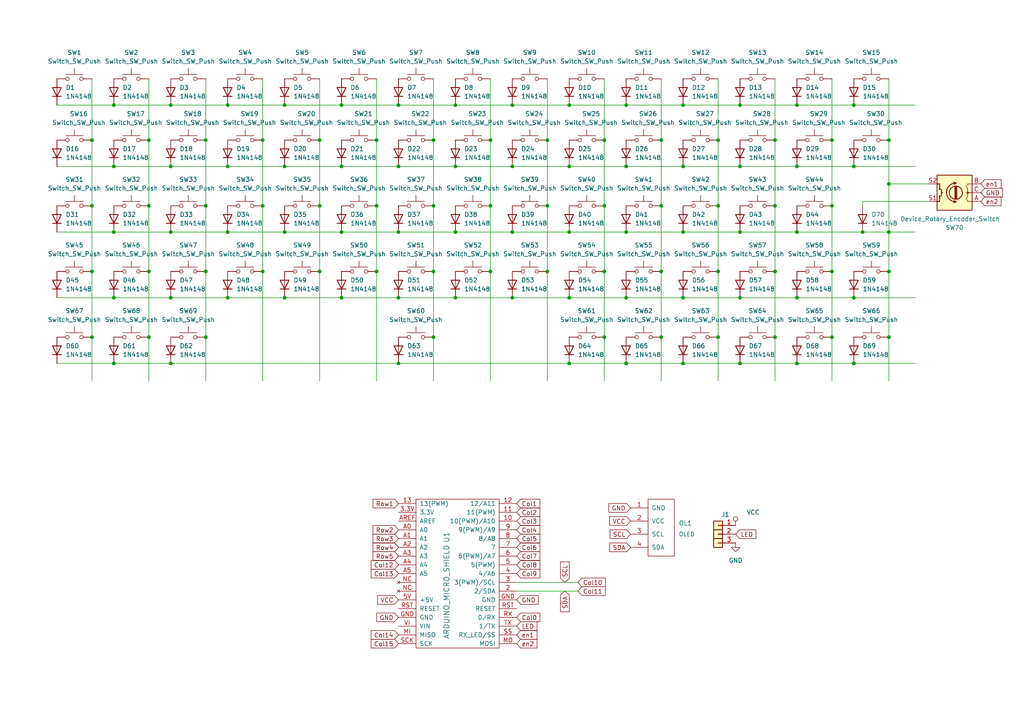
<source format=kicad_sch>
(kicad_sch (version 20211123) (generator eeschema)
  (paper "A4")
  (junction (at 191.77 78.74))
  (junction (at 66.04 48.26))
  (junction (at -34.29 26.67))
  (junction (at 142.24 78.74))
  (junction (at 109.22 78.74))
  (junction (at -123.19 54.61))
  (junction (at -158.75 118.11))
  (junction (at 26.67 40.64))
  (junction (at 198.12 105.41))
  (junction (at 191.77 40.64))
  (junction (at 148.59 30.48))
  (junction (at -229.87 76.2))
  (junction (at -69.85 54.61))
  (junction (at -87.63 69.85))
  (junction (at 125.73 59.69))
  (junction (at 125.73 78.74))
  (junction (at 66.04 86.36))
  (junction (at 231.14 86.36))
  (junction (at 26.67 59.69))
  (junction (at -52.07 69.85))
  (junction (at 49.53 67.31))
  (junction (at -34.29 118.11))
  (junction (at 250.19 67.31))
  (junction (at -87.63 91.44))
  (junction (at -87.63 26.67))
  (junction (at 115.57 105.41))
  (junction (at -247.65 118.11))
  (junction (at -229.87 48.26))
  (junction (at 247.65 86.36))
  (junction (at -87.63 54.61))
  (junction (at -105.41 33.02))
  (junction (at -34.29 11.43))
  (junction (at -229.87 91.44))
  (junction (at -123.19 33.02))
  (junction (at 165.1 67.31))
  (junction (at -34.29 33.02))
  (junction (at 109.22 59.69))
  (junction (at 214.63 67.31))
  (junction (at -247.65 69.85))
  (junction (at -265.43 69.85))
  (junction (at 33.02 67.31))
  (junction (at -158.75 69.85))
  (junction (at -265.43 102.87))
  (junction (at 115.57 86.36))
  (junction (at -52.07 54.61))
  (junction (at -158.75 91.44))
  (junction (at -158.75 48.26))
  (junction (at 241.3 97.79))
  (junction (at 49.53 105.41))
  (junction (at -105.41 91.44))
  (junction (at -194.31 48.26))
  (junction (at -229.87 11.43))
  (junction (at -140.97 33.02))
  (junction (at -229.87 69.85))
  (junction (at -194.31 91.44))
  (junction (at 158.75 59.69))
  (junction (at 181.61 86.36))
  (junction (at -265.43 11.43))
  (junction (at 26.67 97.79))
  (junction (at -87.63 48.26))
  (junction (at 158.75 40.64))
  (junction (at 76.2 78.74))
  (junction (at -52.07 118.11))
  (junction (at -34.29 91.44))
  (junction (at -105.41 76.2))
  (junction (at 33.02 48.26))
  (junction (at 43.18 40.64))
  (junction (at 99.06 86.36))
  (junction (at 148.59 48.26))
  (junction (at 214.63 30.48))
  (junction (at -105.41 54.61))
  (junction (at -247.65 76.2))
  (junction (at -52.07 91.44))
  (junction (at 198.12 67.31))
  (junction (at 214.63 48.26))
  (junction (at -194.31 26.67))
  (junction (at 181.61 67.31))
  (junction (at -105.41 11.43))
  (junction (at 115.57 30.48))
  (junction (at 257.81 97.79))
  (junction (at -140.97 76.2))
  (junction (at 76.2 59.69))
  (junction (at -194.31 54.61))
  (junction (at -69.85 26.67))
  (junction (at 231.14 105.41))
  (junction (at 165.1 86.36))
  (junction (at -52.07 11.43))
  (junction (at -69.85 48.26))
  (junction (at -229.87 102.87))
  (junction (at -123.19 48.26))
  (junction (at 33.02 30.48))
  (junction (at -69.85 11.43))
  (junction (at 66.04 30.48))
  (junction (at 26.67 78.74))
  (junction (at 241.3 59.69))
  (junction (at -52.07 33.02))
  (junction (at 175.26 78.74))
  (junction (at -123.19 11.43))
  (junction (at -87.63 118.11))
  (junction (at 198.12 30.48))
  (junction (at -123.19 91.44))
  (junction (at -158.75 26.67))
  (junction (at -212.09 26.67))
  (junction (at 165.1 48.26))
  (junction (at 231.14 30.48))
  (junction (at -105.41 26.67))
  (junction (at -194.31 33.02))
  (junction (at -69.85 76.2))
  (junction (at 59.69 40.64))
  (junction (at -69.85 69.85))
  (junction (at -176.53 11.43))
  (junction (at -212.09 54.61))
  (junction (at 132.08 48.26))
  (junction (at -247.65 54.61))
  (junction (at -176.53 91.44))
  (junction (at 43.18 78.74))
  (junction (at 198.12 86.36))
  (junction (at 132.08 67.31))
  (junction (at -158.75 11.43))
  (junction (at 241.3 78.74))
  (junction (at -158.75 33.02))
  (junction (at 158.75 78.74))
  (junction (at -176.53 54.61))
  (junction (at 43.18 59.69))
  (junction (at 142.24 40.64))
  (junction (at 198.12 48.26))
  (junction (at -52.07 26.67))
  (junction (at 181.61 105.41))
  (junction (at 208.28 59.69))
  (junction (at -69.85 33.02))
  (junction (at -158.75 76.2))
  (junction (at 231.14 67.31))
  (junction (at -194.31 11.43))
  (junction (at -123.19 69.85))
  (junction (at 191.77 59.69))
  (junction (at -52.07 48.26))
  (junction (at -229.87 118.11))
  (junction (at 76.2 40.64))
  (junction (at -87.63 102.87))
  (junction (at -212.09 76.2))
  (junction (at 241.3 40.64))
  (junction (at 257.81 67.31))
  (junction (at 165.1 30.48))
  (junction (at 115.57 67.31))
  (junction (at 109.22 40.64))
  (junction (at -212.09 91.44))
  (junction (at 99.06 67.31))
  (junction (at 231.14 48.26))
  (junction (at 92.71 78.74))
  (junction (at 59.69 78.74))
  (junction (at -140.97 69.85))
  (junction (at 208.28 97.79))
  (junction (at 181.61 48.26))
  (junction (at -123.19 76.2))
  (junction (at 208.28 78.74))
  (junction (at -105.41 48.26))
  (junction (at -247.65 33.02))
  (junction (at -247.65 48.26))
  (junction (at -158.75 102.87))
  (junction (at 165.1 105.41))
  (junction (at -176.53 48.26))
  (junction (at 247.65 105.41))
  (junction (at 142.24 59.69))
  (junction (at 92.71 59.69))
  (junction (at 224.79 59.69))
  (junction (at 99.06 30.48))
  (junction (at -105.41 69.85))
  (junction (at 82.55 30.48))
  (junction (at 247.65 30.48))
  (junction (at -34.29 102.87))
  (junction (at 148.59 67.31))
  (junction (at -158.75 54.61))
  (junction (at 115.57 48.26))
  (junction (at -16.51 76.2))
  (junction (at 59.69 97.79))
  (junction (at -69.85 91.44))
  (junction (at 82.55 67.31))
  (junction (at -140.97 91.44))
  (junction (at -16.51 33.02))
  (junction (at -176.53 76.2))
  (junction (at -229.87 33.02))
  (junction (at -105.41 118.11))
  (junction (at -212.09 33.02))
  (junction (at -212.09 69.85))
  (junction (at -229.87 26.67))
  (junction (at 175.26 97.79))
  (junction (at 175.26 59.69))
  (junction (at -52.07 76.2))
  (junction (at 49.53 30.48))
  (junction (at -247.65 26.67))
  (junction (at -140.97 48.26))
  (junction (at 214.63 105.41))
  (junction (at -16.51 48.26))
  (junction (at -105.41 102.87))
  (junction (at 82.55 48.26))
  (junction (at -140.97 54.61))
  (junction (at 49.53 48.26))
  (junction (at -194.31 69.85))
  (junction (at 208.28 40.64))
  (junction (at 132.08 86.36))
  (junction (at -140.97 26.67))
  (junction (at 43.18 97.79))
  (junction (at 132.08 30.48))
  (junction (at 49.53 86.36))
  (junction (at 125.73 40.64))
  (junction (at -194.31 76.2))
  (junction (at -229.87 54.61))
  (junction (at -69.85 118.11))
  (junction (at -265.43 26.67))
  (junction (at 175.26 40.64))
  (junction (at 257.81 53.34))
  (junction (at 224.79 78.74))
  (junction (at -212.09 11.43))
  (junction (at -212.09 48.26))
  (junction (at -247.65 11.43))
  (junction (at -34.29 48.26))
  (junction (at -69.85 102.87))
  (junction (at 191.77 97.79))
  (junction (at 181.61 30.48))
  (junction (at 33.02 105.41))
  (junction (at 148.59 86.36))
  (junction (at 92.71 40.64))
  (junction (at -176.53 33.02))
  (junction (at 33.02 86.36))
  (junction (at 224.79 97.79))
  (junction (at -265.43 54.61))
  (junction (at 247.65 48.26))
  (junction (at 257.81 78.74))
  (junction (at 99.06 48.26))
  (junction (at 224.79 40.64))
  (junction (at -140.97 11.43))
  (junction (at -176.53 69.85))
  (junction (at 214.63 86.36))
  (junction (at -247.65 102.87))
  (junction (at -176.53 26.67))
  (junction (at -123.19 26.67))
  (junction (at -52.07 102.87))
  (junction (at -16.51 91.44))
  (junction (at 125.73 97.79))
  (junction (at 59.69 59.69))
  (junction (at 82.55 86.36))
  (junction (at 257.81 40.64))
  (junction (at 66.04 67.31))
  (junction (at -87.63 76.2))
  (junction (at -34.29 76.2))
  (junction (at -265.43 118.11))
  (junction (at -247.65 91.44))
  (junction (at -87.63 11.43))
  (junction (at -87.63 33.02))
  (wire (pts (xy -123.19 76.2) (xy -105.41 76.2)))
  (wire (pts (xy 59.69 40.64) (xy 59.69 59.69)))
  (wire (pts (xy 142.24 59.69) (xy 142.24 78.74)))
  (wire (pts (xy 247.65 105.41) (xy 265.43 105.41)))
  (wire (pts (xy -115.57 83.82) (xy -113.03 83.82)))
  (wire (pts (xy 82.55 86.36) (xy 99.06 86.36)))
  (wire (pts (xy 49.53 48.26) (xy 66.04 48.26)))
  (wire (pts (xy -105.41 11.43) (xy -87.63 11.43)))
  (wire (pts (xy -87.63 118.11) (xy -69.85 118.11)))
  (wire (pts (xy 198.12 48.26) (xy 214.63 48.26)))
  (wire (pts (xy 43.18 78.74) (xy 43.18 97.79)))
  (wire (pts (xy -44.45 62.23) (xy -41.91 62.23)))
  (wire (pts (xy 165.1 86.36) (xy 181.61 86.36)))
  (wire (pts (xy -271.78 102.87) (xy -265.43 102.87)))
  (wire (pts (xy -26.67 110.49) (xy -24.13 110.49)))
  (wire (pts (xy -158.75 26.67) (xy -140.97 26.67)))
  (wire (pts (xy 49.53 86.36) (xy 66.04 86.36)))
  (wire (pts (xy -247.65 48.26) (xy -229.87 48.26)))
  (wire (pts (xy -240.03 110.49) (xy -237.49 110.49)))
  (wire (pts (xy 132.08 86.36) (xy 148.59 86.36)))
  (wire (pts (xy 59.69 97.79) (xy 59.69 110.49)))
  (wire (pts (xy -158.75 118.11) (xy -105.41 118.11)))
  (wire (pts (xy -69.85 11.43) (xy -52.07 11.43)))
  (wire (pts (xy 224.79 22.86) (xy 224.79 40.64)))
  (wire (pts (xy -247.65 54.61) (xy -229.87 54.61)))
  (wire (pts (xy 43.18 59.69) (xy 43.18 78.74)))
  (wire (pts (xy -186.69 83.82) (xy -184.15 83.82)))
  (wire (pts (xy -194.31 33.02) (xy -176.53 33.02)))
  (wire (pts (xy 231.14 48.26) (xy 247.65 48.26)))
  (wire (pts (xy 82.55 48.26) (xy 99.06 48.26)))
  (wire (pts (xy 214.63 67.31) (xy 231.14 67.31)))
  (wire (pts (xy 167.64 171.45) (xy 149.86 171.45)))
  (wire (pts (xy 231.14 30.48) (xy 247.65 30.48)))
  (wire (pts (xy 165.1 30.48) (xy 181.61 30.48)))
  (wire (pts (xy 76.2 40.64) (xy 76.2 59.69)))
  (wire (pts (xy -44.45 19.05) (xy -41.91 19.05)))
  (wire (pts (xy 115.57 105.41) (xy 165.1 105.41)))
  (wire (pts (xy -247.65 118.11) (xy -229.87 118.11)))
  (wire (pts (xy 175.26 97.79) (xy 175.26 110.49)))
  (wire (pts (xy 26.67 97.79) (xy 26.67 110.49)))
  (wire (pts (xy 214.63 86.36) (xy 231.14 86.36)))
  (wire (pts (xy 181.61 105.41) (xy 198.12 105.41)))
  (wire (pts (xy -105.41 69.85) (xy -87.63 69.85)))
  (wire (pts (xy 224.79 59.69) (xy 224.79 78.74)))
  (wire (pts (xy -240.03 19.05) (xy -237.49 19.05)))
  (wire (pts (xy -212.09 54.61) (xy -194.31 54.61)))
  (wire (pts (xy 247.65 86.36) (xy 265.43 86.36)))
  (wire (pts (xy 125.73 97.79) (xy 125.73 110.49)))
  (wire (pts (xy 26.67 40.64) (xy 26.67 59.69)))
  (wire (pts (xy -275.59 110.49) (xy -273.05 110.49)))
  (wire (pts (xy -52.07 118.11) (xy -34.29 118.11)))
  (wire (pts (xy -158.75 33.02) (xy -140.97 33.02)))
  (wire (pts (xy -229.87 11.43) (xy -212.09 11.43)))
  (wire (pts (xy 241.3 59.69) (xy 241.3 78.74)))
  (wire (pts (xy 26.67 22.86) (xy 26.67 40.64)))
  (wire (pts (xy -257.81 110.49) (xy -255.27 110.49)))
  (wire (pts (xy -229.87 33.02) (xy -212.09 33.02)))
  (wire (pts (xy 167.64 168.91) (xy 149.86 168.91)))
  (wire (pts (xy -69.85 48.26) (xy -52.07 48.26)))
  (wire (pts (xy 49.53 67.31) (xy 66.04 67.31)))
  (wire (pts (xy 49.53 105.41) (xy 115.57 105.41)))
  (wire (pts (xy 82.55 67.31) (xy 99.06 67.31)))
  (wire (pts (xy -62.23 62.23) (xy -59.69 62.23)))
  (wire (pts (xy -34.29 26.67) (xy -16.51 26.67)))
  (wire (pts (xy 250.19 58.42) (xy 250.19 59.69)))
  (wire (pts (xy -265.43 54.61) (xy -247.65 54.61)))
  (wire (pts (xy -194.31 91.44) (xy -176.53 91.44)))
  (wire (pts (xy 224.79 40.64) (xy 224.79 59.69)))
  (wire (pts (xy -62.23 19.05) (xy -59.69 19.05)))
  (wire (pts (xy -69.85 54.61) (xy -52.07 54.61)))
  (wire (pts (xy -5.08 19.05) (xy -5.08 40.64)))
  (wire (pts (xy 16.51 67.31) (xy 33.02 67.31)))
  (wire (pts (xy 231.14 67.31) (xy 250.19 67.31)))
  (wire (pts (xy -140.97 48.26) (xy -123.19 48.26)))
  (wire (pts (xy 59.69 78.74) (xy 59.69 97.79)))
  (wire (pts (xy -80.01 62.23) (xy -77.47 62.23)))
  (wire (pts (xy -176.53 69.85) (xy -158.75 69.85)))
  (wire (pts (xy 125.73 59.69) (xy 125.73 78.74)))
  (wire (pts (xy -105.41 26.67) (xy -87.63 26.67)))
  (wire (pts (xy -273.05 26.67) (xy -265.43 26.67)))
  (wire (pts (xy 109.22 78.74) (xy 109.22 110.49)))
  (wire (pts (xy 257.81 97.79) (xy 257.81 110.49)))
  (wire (pts (xy -123.19 48.26) (xy -105.41 48.26)))
  (wire (pts (xy 247.65 48.26) (xy 265.43 48.26)))
  (wire (pts (xy 214.63 48.26) (xy 231.14 48.26)))
  (wire (pts (xy -5.08 40.64) (xy -8.89 40.64)))
  (wire (pts (xy -265.43 33.02) (xy -247.65 33.02)))
  (wire (pts (xy -168.91 62.23) (xy -166.37 62.23)))
  (wire (pts (xy -6.35 83.82) (xy -8.89 83.82)))
  (wire (pts (xy -273.05 40.64) (xy -275.59 40.64)))
  (wire (pts (xy -140.97 76.2) (xy -123.19 76.2)))
  (wire (pts (xy -273.05 83.82) (xy -275.59 83.82)))
  (wire (pts (xy -34.29 91.44) (xy -16.51 91.44)))
  (wire (pts (xy -212.09 48.26) (xy -194.31 48.26)))
  (wire (pts (xy 43.18 40.64) (xy 43.18 59.69)))
  (wire (pts (xy -97.79 62.23) (xy -95.25 62.23)))
  (wire (pts (xy -158.75 48.26) (xy -140.97 48.26)))
  (wire (pts (xy -16.51 33.02) (xy -10.16 33.02)))
  (wire (pts (xy 26.67 78.74) (xy 26.67 97.79)))
  (wire (pts (xy -133.35 19.05) (xy -130.81 19.05)))
  (wire (pts (xy -273.05 11.43) (xy -265.43 11.43)))
  (wire (pts (xy -140.97 26.67) (xy -123.19 26.67)))
  (wire (pts (xy 76.2 59.69) (xy 76.2 78.74)))
  (wire (pts (xy 198.12 67.31) (xy 214.63 67.31)))
  (wire (pts (xy 208.28 97.79) (xy 208.28 110.49)))
  (wire (pts (xy 76.2 78.74) (xy 76.2 110.49)))
  (wire (pts (xy -204.47 83.82) (xy -201.93 83.82)))
  (wire (pts (xy -212.09 76.2) (xy -194.31 76.2)))
  (wire (pts (xy -265.43 76.2) (xy -247.65 76.2)))
  (wire (pts (xy -168.91 40.64) (xy -166.37 40.64)))
  (wire (pts (xy -275.59 62.23) (xy -273.05 62.23)))
  (wire (pts (xy 257.81 67.31) (xy 257.81 78.74)))
  (wire (pts (xy -52.07 69.85) (xy -34.29 69.85)))
  (wire (pts (xy 165.1 48.26) (xy 181.61 48.26)))
  (wire (pts (xy 198.12 86.36) (xy 214.63 86.36)))
  (wire (pts (xy -133.35 40.64) (xy -130.81 40.64)))
  (wire (pts (xy -275.59 83.82) (xy -275.59 110.49)))
  (wire (pts (xy 16.51 48.26) (xy 33.02 48.26)))
  (wire (pts (xy -229.87 54.61) (xy -212.09 54.61)))
  (wire (pts (xy -123.19 69.85) (xy -105.41 69.85)))
  (wire (pts (xy -257.81 62.23) (xy -255.27 62.23)))
  (wire (pts (xy -80.01 83.82) (xy -77.47 83.82)))
  (wire (pts (xy 92.71 40.64) (xy 92.71 59.69)))
  (wire (pts (xy -87.63 26.67) (xy -69.85 26.67)))
  (wire (pts (xy -123.19 33.02) (xy -105.41 33.02)))
  (wire (pts (xy -151.13 110.49) (xy -113.03 110.49)))
  (wire (pts (xy 66.04 86.36) (xy 82.55 86.36)))
  (wire (pts (xy -80.01 19.05) (xy -77.47 19.05)))
  (wire (pts (xy -194.31 11.43) (xy -176.53 11.43)))
  (wire (pts (xy -52.07 54.61) (xy -34.29 54.61)))
  (wire (pts (xy 191.77 97.79) (xy 191.77 110.49)))
  (wire (pts (xy -204.47 62.23) (xy -201.93 62.23)))
  (wire (pts (xy 66.04 30.48) (xy 82.55 30.48)))
  (wire (pts (xy -34.29 48.26) (xy -16.51 48.26)))
  (wire (pts (xy 148.59 86.36) (xy 165.1 86.36)))
  (wire (pts (xy -80.01 110.49) (xy -77.47 110.49)))
  (wire (pts (xy 191.77 59.69) (xy 191.77 78.74)))
  (wire (pts (xy 241.3 78.74) (xy 241.3 97.79)))
  (wire (pts (xy -247.65 76.2) (xy -229.87 76.2)))
  (wire (pts (xy -105.41 48.26) (xy -87.63 48.26)))
  (wire (pts (xy -229.87 69.85) (xy -212.09 69.85)))
  (wire (pts (xy 33.02 67.31) (xy 49.53 67.31)))
  (wire (pts (xy -97.79 19.05) (xy -95.25 19.05)))
  (wire (pts (xy -257.81 40.64) (xy -255.27 40.64)))
  (wire (pts (xy -176.53 91.44) (xy -158.75 91.44)))
  (wire (pts (xy -158.75 76.2) (xy -140.97 76.2)))
  (wire (pts (xy -212.09 33.02) (xy -194.31 33.02)))
  (wire (pts (xy -69.85 33.02) (xy -52.07 33.02)))
  (wire (pts (xy -275.59 40.64) (xy -275.59 62.23)))
  (wire (pts (xy 132.08 67.31) (xy 148.59 67.31)))
  (wire (pts (xy -186.69 19.05) (xy -184.15 19.05)))
  (wire (pts (xy 33.02 105.41) (xy 49.53 105.41)))
  (wire (pts (xy 181.61 30.48) (xy 198.12 30.48)))
  (wire (pts (xy -186.69 62.23) (xy -184.15 62.23)))
  (wire (pts (xy -87.63 69.85) (xy -69.85 69.85)))
  (wire (pts (xy -140.97 54.61) (xy -123.19 54.61)))
  (wire (pts (xy -105.41 118.11) (xy -87.63 118.11)))
  (wire (pts (xy -151.13 40.64) (xy -148.59 40.64)))
  (wire (pts (xy -247.65 33.02) (xy -229.87 33.02)))
  (wire (pts (xy -194.31 26.67) (xy -176.53 26.67)))
  (wire (pts (xy 115.57 67.31) (xy 132.08 67.31)))
  (wire (pts (xy 66.04 67.31) (xy 82.55 67.31)))
  (wire (pts (xy -97.79 40.64) (xy -95.25 40.64)))
  (wire (pts (xy -105.41 76.2) (xy -87.63 76.2)))
  (wire (pts (xy 181.61 67.31) (xy 198.12 67.31)))
  (wire (pts (xy 198.12 30.48) (xy 214.63 30.48)))
  (wire (pts (xy -123.19 11.43) (xy -105.41 11.43)))
  (wire (pts (xy 214.63 105.41) (xy 231.14 105.41)))
  (wire (pts (xy -69.85 26.67) (xy -52.07 26.67)))
  (wire (pts (xy -52.07 91.44) (xy -34.29 91.44)))
  (wire (pts (xy -222.25 110.49) (xy -166.37 110.49)))
  (wire (pts (xy 99.06 86.36) (xy 115.57 86.36)))
  (wire (pts (xy -151.13 19.05) (xy -148.59 19.05)))
  (wire (pts (xy 257.81 53.34) (xy 257.81 67.31)))
  (wire (pts (xy -52.07 26.67) (xy -34.29 26.67)))
  (wire (pts (xy -240.03 83.82) (xy -237.49 83.82)))
  (wire (pts (xy -222.25 83.82) (xy -219.71 83.82)))
  (wire (pts (xy -8.89 19.05) (xy -5.08 19.05)))
  (wire (pts (xy 158.75 78.74) (xy 158.75 110.49)))
  (wire (pts (xy 142.24 40.64) (xy 142.24 59.69)))
  (wire (pts (xy 43.18 97.79) (xy 43.18 110.49)))
  (wire (pts (xy -69.85 69.85) (xy -52.07 69.85)))
  (wire (pts (xy 49.53 30.48) (xy 66.04 30.48)))
  (wire (pts (xy -140.97 33.02) (xy -123.19 33.02)))
  (wire (pts (xy 269.24 58.42) (xy 250.19 58.42)))
  (wire (pts (xy -212.09 91.44) (xy -194.31 91.44)))
  (wire (pts (xy 92.71 22.86) (xy 92.71 40.64)))
  (wire (pts (xy -229.87 102.87) (xy -158.75 102.87)))
  (wire (pts (xy -87.63 76.2) (xy -69.85 76.2)))
  (wire (pts (xy 33.02 48.26) (xy 49.53 48.26)))
  (wire (pts (xy 132.08 48.26) (xy 148.59 48.26)))
  (wire (pts (xy -168.91 83.82) (xy -166.37 83.82)))
  (wire (pts (xy -265.43 11.43) (xy -247.65 11.43)))
  (wire (pts (xy 181.61 86.36) (xy 198.12 86.36)))
  (wire (pts (xy -16.51 48.26) (xy -10.16 48.26)))
  (wire (pts (xy -34.29 33.02) (xy -16.51 33.02)))
  (wire (pts (xy -62.23 40.64) (xy -59.69 40.64)))
  (wire (pts (xy 175.26 22.86) (xy 175.26 40.64)))
  (wire (pts (xy -115.57 40.64) (xy -113.03 40.64)))
  (wire (pts (xy -204.47 40.64) (xy -201.93 40.64)))
  (wire (pts (xy -123.19 54.61) (xy -105.41 54.61)))
  (wire (pts (xy -151.13 83.82) (xy -148.59 83.82)))
  (wire (pts (xy -271.78 54.61) (xy -265.43 54.61)))
  (wire (pts (xy 257.81 67.31) (xy 265.43 67.31)))
  (wire (pts (xy -204.47 19.05) (xy -201.93 19.05)))
  (wire (pts (xy 142.24 22.86) (xy 142.24 40.64)))
  (wire (pts (xy -123.19 91.44) (xy -105.41 91.44)))
  (wire (pts (xy 148.59 67.31) (xy 165.1 67.31)))
  (wire (pts (xy 191.77 78.74) (xy 191.77 97.79)))
  (wire (pts (xy 125.73 78.74) (xy 125.73 97.79)))
  (wire (pts (xy -271.78 118.11) (xy -265.43 118.11)))
  (wire (pts (xy -69.85 76.2) (xy -52.07 76.2)))
  (wire (pts (xy 82.55 30.48) (xy 99.06 30.48)))
  (wire (pts (xy -105.41 91.44) (xy -87.63 91.44)))
  (wire (pts (xy -151.13 62.23) (xy -148.59 62.23)))
  (wire (pts (xy -240.03 40.64) (xy -237.49 40.64)))
  (wire (pts (xy -26.67 40.64) (xy -24.13 40.64)))
  (wire (pts (xy -52.07 48.26) (xy -34.29 48.26)))
  (wire (pts (xy -247.65 69.85) (xy -229.87 69.85)))
  (wire (pts (xy 257.81 53.34) (xy 269.24 53.34)))
  (wire (pts (xy 33.02 86.36) (xy 49.53 86.36)))
  (wire (pts (xy -105.41 102.87) (xy -87.63 102.87)))
  (wire (pts (xy -34.29 102.87) (xy -16.51 102.87)))
  (wire (pts (xy 99.06 48.26) (xy 115.57 48.26)))
  (wire (pts (xy -105.41 54.61) (xy -87.63 54.61)))
  (wire (pts (xy -87.63 91.44) (xy -69.85 91.44)))
  (wire (pts (xy 175.26 78.74) (xy 175.26 97.79)))
  (wire (pts (xy -52.07 76.2) (xy -34.29 76.2)))
  (wire (pts (xy -52.07 11.43) (xy -34.29 11.43)))
  (wire (pts (xy 165.1 67.31) (xy 181.61 67.31)))
  (wire (pts (xy -265.43 69.85) (xy -247.65 69.85)))
  (wire (pts (xy -247.65 26.67) (xy -229.87 26.67)))
  (wire (pts (xy -62.23 110.49) (xy -59.69 110.49)))
  (wire (pts (xy -52.07 102.87) (xy -34.29 102.87)))
  (wire (pts (xy -87.63 33.02) (xy -69.85 33.02)))
  (wire (pts (xy -140.97 11.43) (xy -123.19 11.43)))
  (wire (pts (xy 99.06 30.48) (xy 115.57 30.48)))
  (wire (pts (xy -62.23 83.82) (xy -59.69 83.82)))
  (wire (pts (xy 175.26 40.64) (xy 175.26 59.69)))
  (wire (pts (xy -133.35 62.23) (xy -130.81 62.23)))
  (wire (pts (xy 115.57 86.36) (xy 132.08 86.36)))
  (wire (pts (xy -158.75 69.85) (xy -140.97 69.85)))
  (wire (pts (xy -222.25 40.64) (xy -219.71 40.64)))
  (wire (pts (xy -240.03 62.23) (xy -237.49 62.23)))
  (wire (pts (xy -257.81 83.82) (xy -255.27 83.82)))
  (wire (pts (xy -6.35 62.23) (xy -6.35 83.82)))
  (wire (pts (xy -265.43 48.26) (xy -247.65 48.26)))
  (wire (pts (xy -212.09 26.67) (xy -194.31 26.67)))
  (wire (pts (xy 247.65 30.48) (xy 265.43 30.48)))
  (wire (pts (xy -168.91 19.05) (xy -166.37 19.05)))
  (wire (pts (xy -158.75 54.61) (xy -140.97 54.61)))
  (wire (pts (xy -69.85 91.44) (xy -52.07 91.44)))
  (wire (pts (xy -229.87 26.67) (xy -212.09 26.67)))
  (wire (pts (xy 16.51 30.48) (xy 33.02 30.48)))
  (wire (pts (xy 59.69 59.69) (xy 59.69 78.74)))
  (wire (pts (xy -26.67 62.23) (xy -6.35 62.23)))
  (wire (pts (xy -44.45 110.49) (xy -41.91 110.49)))
  (wire (pts (xy -176.53 48.26) (xy -158.75 48.26)))
  (wire (pts (xy 198.12 105.41) (xy 214.63 105.41)))
  (wire (pts (xy -176.53 76.2) (xy -158.75 76.2)))
  (wire (pts (xy -26.67 19.05) (xy -24.13 19.05)))
  (wire (pts (xy -44.45 83.82) (xy -41.91 83.82)))
  (wire (pts (xy -44.45 40.64) (xy -41.91 40.64)))
  (wire (pts (xy -87.63 48.26) (xy -69.85 48.26)))
  (wire (pts (xy 66.04 48.26) (xy 82.55 48.26)))
  (wire (pts (xy 257.81 40.64) (xy 257.81 53.34)))
  (wire (pts (xy 92.71 59.69) (xy 92.71 78.74)))
  (wire (pts (xy 109.22 59.69) (xy 109.22 78.74)))
  (wire (pts (xy -176.53 54.61) (xy -158.75 54.61)))
  (wire (pts (xy 241.3 40.64) (xy 241.3 59.69)))
  (wire (pts (xy -176.53 33.02) (xy -158.75 33.02)))
  (wire (pts (xy 191.77 22.86) (xy 191.77 40.64)))
  (wire (pts (xy -105.41 33.02) (xy -87.63 33.02)))
  (wire (pts (xy 158.75 59.69) (xy 158.75 78.74)))
  (wire (pts (xy 43.18 22.86) (xy 43.18 40.64)))
  (wire (pts (xy 208.28 22.86) (xy 208.28 40.64)))
  (wire (pts (xy -140.97 69.85) (xy -123.19 69.85)))
  (wire (pts (xy 241.3 22.86) (xy 241.3 40.64)))
  (wire (pts (xy -87.63 54.61) (xy -69.85 54.61)))
  (wire (pts (xy 165.1 105.41) (xy 181.61 105.41)))
  (wire (pts (xy -80.01 40.64) (xy -77.47 40.64)))
  (wire (pts (xy -194.31 48.26) (xy -176.53 48.26)))
  (wire (pts (xy 148.59 30.48) (xy 165.1 30.48)))
  (wire (pts (xy 26.67 59.69) (xy 26.67 78.74)))
  (wire (pts (xy -115.57 62.23) (xy -113.03 62.23)))
  (wire (pts (xy -34.29 76.2) (xy -16.51 76.2)))
  (wire (pts (xy -123.19 26.67) (xy -105.41 26.67)))
  (wire (pts (xy 109.22 22.86) (xy 109.22 40.64)))
  (wire (pts (xy -229.87 91.44) (xy -212.09 91.44)))
  (wire (pts (xy -34.29 118.11) (xy -16.51 118.11)))
  (wire (pts (xy 148.59 48.26) (xy 165.1 48.26)))
  (wire (pts (xy -115.57 19.05) (xy -113.03 19.05)))
  (wire (pts (xy 257.81 67.31) (xy 250.19 67.31)))
  (wire (pts (xy -26.67 83.82) (xy -24.13 83.82)))
  (wire (pts (xy -52.07 33.02) (xy -34.29 33.02)))
  (wire (pts (xy -158.75 102.87) (xy -105.41 102.87)))
  (wire (pts (xy 191.77 40.64) (xy 191.77 59.69)))
  (wire (pts (xy -265.43 26.67) (xy -247.65 26.67)))
  (wire (pts (xy 132.08 30.48) (xy 148.59 30.48)))
  (wire (pts (xy 208.28 59.69) (xy 208.28 78.74)))
  (wire (pts (xy -229.87 48.26) (xy -212.09 48.26)))
  (wire (pts (xy -69.85 118.11) (xy -52.07 118.11)))
  (wire (pts (xy -16.51 91.44) (xy -12.7 91.44)))
  (wire (pts (xy 33.02 30.48) (xy 49.53 30.48)))
  (wire (pts (xy -271.78 69.85) (xy -265.43 69.85)))
  (wire (pts (xy 76.2 22.86) (xy 76.2 40.64)))
  (wire (pts (xy 109.22 40.64) (xy 109.22 59.69)))
  (wire (pts (xy 231.14 86.36) (xy 247.65 86.36)))
  (wire (pts (xy 224.79 97.79) (xy 224.79 110.49)))
  (wire (pts (xy -194.31 76.2) (xy -176.53 76.2)))
  (wire (pts (xy -257.81 19.05) (xy -255.27 19.05)))
  (wire (pts (xy -222.25 19.05) (xy -219.71 19.05)))
  (wire (pts (xy 16.51 86.36) (xy 33.02 86.36)))
  (wire (pts (xy -194.31 54.61) (xy -176.53 54.61)))
  (wire (pts (xy -97.79 83.82) (xy -95.25 83.82)))
  (wire (pts (xy -69.85 102.87) (xy -52.07 102.87)))
  (wire (pts (xy -222.25 62.23) (xy -219.71 62.23)))
  (wire (pts (xy 231.14 105.41) (xy 247.65 105.41)))
  (wire (pts (xy 158.75 40.64) (xy 158.75 59.69)))
  (wire (pts (xy 92.71 78.74) (xy 92.71 110.49)))
  (wire (pts (xy -34.29 11.43) (xy -16.51 11.43)))
  (wire (pts (xy 99.06 67.31) (xy 115.57 67.31)))
  (wire (pts (xy -247.65 91.44) (xy -229.87 91.44)))
  (wire (pts (xy -97.79 110.49) (xy -95.25 110.49)))
  (wire (pts (xy 241.3 97.79) (xy 241.3 110.49)))
  (wire (pts (xy -229.87 118.11) (xy -158.75 118.11)))
  (wire (pts (xy -265.43 102.87) (xy -247.65 102.87)))
  (wire (pts (xy -140.97 91.44) (xy -123.19 91.44)))
  (wire (pts (xy 257.81 78.74) (xy 257.81 97.79)))
  (wire (pts (xy -87.63 11.43) (xy -69.85 11.43)))
  (wire (pts (xy 208.28 78.74) (xy 208.28 97.79)))
  (wire (pts (xy 125.73 22.86) (xy 125.73 40.64)))
  (wire (pts (xy 125.73 40.64) (xy 125.73 59.69)))
  (wire (pts (xy -212.09 11.43) (xy -194.31 11.43)))
  (wire (pts (xy -158.75 91.44) (xy -140.97 91.44)))
  (wire (pts (xy 59.69 22.86) (xy 59.69 40.64)))
  (wire (pts (xy -194.31 69.85) (xy -176.53 69.85)))
  (wire (pts (xy -247.65 102.87) (xy -229.87 102.87)))
  (wire (pts (xy 142.24 78.74) (xy 142.24 110.49)))
  (wire (pts (xy -87.63 102.87) (xy -69.85 102.87)))
  (wire (pts (xy 115.57 48.26) (xy 132.08 48.26)))
  (wire (pts (xy 115.57 30.48) (xy 132.08 30.48)))
  (wire (pts (xy 224.79 78.74) (xy 224.79 97.79)))
  (wire (pts (xy 257.81 22.86) (xy 257.81 40.64)))
  (wire (pts (xy -265.43 118.11) (xy -247.65 118.11)))
  (wire (pts (xy -158.75 11.43) (xy -140.97 11.43)))
  (wire (pts (xy -176.53 11.43) (xy -158.75 11.43)))
  (wire (pts (xy -186.69 40.64) (xy -184.15 40.64)))
  (wire (pts (xy 175.26 59.69) (xy 175.26 78.74)))
  (wire (pts (xy 208.28 40.64) (xy 208.28 59.69)))
  (wire (pts (xy 16.51 105.41) (xy 33.02 105.41)))
  (wire (pts (xy -265.43 91.44) (xy -247.65 91.44)))
  (wire (pts (xy 158.75 22.86) (xy 158.75 40.64)))
  (wire (pts (xy -212.09 69.85) (xy -194.31 69.85)))
  (wire (pts (xy -229.87 76.2) (xy -212.09 76.2)))
  (wire (pts (xy -176.53 26.67) (xy -158.75 26.67)))
  (wire (pts (xy -133.35 83.82) (xy -130.81 83.82)))
  (wire (pts (xy 214.63 30.48) (xy 231.14 30.48)))
  (wire (pts (xy -247.65 11.43) (xy -229.87 11.43)))
  (wire (pts (xy 181.61 48.26) (xy 198.12 48.26)))
  (wire (pts (xy -16.51 76.2) (xy -12.7 76.2)))
  (global_label "en1" (shape input) (at 284.48 53.34 0) (property "Intersheet References" "${INTERSHEET_REFS}" (effects hide)))
  (global_label "GND" (shape input) (at 115.57 179.07 180) (property "Intersheet References" "${INTERSHEET_REFS}" (effects hide)))
  (global_label "Col1" (shape input) (at 149.86 146.05 0) (property "Intersheet References" "${INTERSHEET_REFS}" (effects hide)))
  (global_label "Row3" (shape input) (at 115.57 156.21 180) (property "Intersheet References" "${INTERSHEET_REFS}" (effects hide)))
  (global_label "Col12" (shape input) (at 115.57 163.83 180) (property "Intersheet References" "${INTERSHEET_REFS}" (effects hide)))
  (global_label "Col3" (shape input) (at 149.86 151.13 0) (property "Intersheet References" "${INTERSHEET_REFS}" (effects hide)))
  (global_label "Row1" (shape input) (at 115.57 146.05 180) (property "Intersheet References" "${INTERSHEET_REFS}" (effects hide)))
  (global_label "Col7" (shape input) (at 149.86 161.29 0) (property "Intersheet References" "${INTERSHEET_REFS}" (effects hide)))
  (global_label "Col10" (shape input) (at 167.64 168.91 0) (property "Intersheet References" "${INTERSHEET_REFS}" (effects hide)))
  (global_label "GND" (shape input) (at 149.86 173.99 0) (property "Intersheet References" "${INTERSHEET_REFS}" (effects hide)))
  (global_label "LED" (shape input) (at 149.86 181.61 0) (property "Intersheet References" "${INTERSHEET_REFS}" (effects hide)))
  (global_label "LED" (shape input) (at 213.36 154.94 0) (property "Intersheet References" "${INTERSHEET_REFS}" (effects hide)))
  (global_label "Col8" (shape input) (at 149.86 163.83 0) (property "Intersheet References" "${INTERSHEET_REFS}" (effects hide)))
  (global_label "Col14" (shape input) (at 115.57 184.15 180) (property "Intersheet References" "${INTERSHEET_REFS}" (effects hide)))
  (global_label "en2" (shape input) (at 149.86 186.69 0) (property "Intersheet References" "${INTERSHEET_REFS}" (effects hide)))
  (global_label "Row5" (shape input) (at 115.57 161.29 180) (property "Intersheet References" "${INTERSHEET_REFS}" (effects hide)))
  (global_label "Col4" (shape input) (at 149.86 153.67 0) (property "Intersheet References" "${INTERSHEET_REFS}" (effects hide)))
  (global_label "Row2" (shape input) (at 115.57 153.67 180) (property "Intersheet References" "${INTERSHEET_REFS}" (effects hide)))
  (global_label "Col5" (shape input) (at 149.86 156.21 0) (property "Intersheet References" "${INTERSHEET_REFS}" (effects hide)))
  (global_label "Col9" (shape input) (at 149.86 166.37 0) (property "Intersheet References" "${INTERSHEET_REFS}" (effects hide)))
  (global_label "Col2" (shape input) (at 149.86 148.59 0) (property "Intersheet References" "${INTERSHEET_REFS}" (effects hide)))
  (global_label "Col11" (shape input) (at 167.64 171.45 0) (property "Intersheet References" "${INTERSHEET_REFS}" (effects hide)))
  (global_label "SDA" (shape input) (at 182.88 158.75 180) (property "Intersheet References" "${INTERSHEET_REFS}" (effects hide)))
  (global_label "en2" (shape input) (at 284.48 58.42 0) (property "Intersheet References" "${INTERSHEET_REFS}" (effects hide)))
  (global_label "Col13" (shape input) (at 115.57 166.37 180) (property "Intersheet References" "${INTERSHEET_REFS}" (effects hide)))
  (global_label "SCL" (shape input) (at 163.83 168.91 90) (property "Intersheet References" "${INTERSHEET_REFS}" (effects hide)))
  (global_label "Col6" (shape input) (at 149.86 158.75 0) (property "Intersheet References" "${INTERSHEET_REFS}" (effects hide)))
  (global_label "GND" (shape input) (at 284.48 55.88 0) (property "Intersheet References" "${INTERSHEET_REFS}" (effects hide)))
  (global_label "LED" (shape input) (at -273.05 19.05 180) (property "Intersheet References" "${INTERSHEET_REFS}" (effects hide)))
  (global_label "Col15" (shape input) (at 115.57 186.69 180) (property "Intersheet References" "${INTERSHEET_REFS}" (effects hide)))
  (global_label "Col0" (shape input) (at 149.86 179.07 0) (property "Intersheet References" "${INTERSHEET_REFS}" (effects hide)))
  (global_label "Row4" (shape input) (at 115.57 158.75 180) (property "Intersheet References" "${INTERSHEET_REFS}" (effects hide)))
  (global_label "GND" (shape input) (at 182.88 147.32 180) (property "Intersheet References" "${INTERSHEET_REFS}" (effects hide)))
  (global_label "SCL" (shape input) (at 182.88 154.94 180) (property "Intersheet References" "${INTERSHEET_REFS}" (effects hide)))
  (global_label "SDA" (shape input) (at 163.83 171.45 270) (property "Intersheet References" "${INTERSHEET_REFS}" (effects hide)))
  (global_label "VCC" (shape input) (at 115.57 173.99 180) (property "Intersheet References" "${INTERSHEET_REFS}" (effects hide)))
  (global_label "VCC" (shape input) (at 182.88 151.13 180) (property "Intersheet References" "${INTERSHEET_REFS}" (effects hide)))
  (global_label "en1" (shape input) (at 149.86 184.15 0) (property "Intersheet References" "${INTERSHEET_REFS}" (effects hide)))
  (symbol (lib_id "Meca8:Switch_SW_Push") (at 54.61 22.86 0) (unit 1)
    (property "Reference" "SW3" (at 54.61 15.24 0))
    (property "Value" "Switch_SW_Push" (at 54.61 17.78 0))
  )
  (symbol (lib_id "Meca8:Switch_SW_Push") (at 236.22 97.79 0) (unit 1)
    (property "Reference" "SW65" (at 236.22 90.17 0))
    (property "Value" "Switch_SW_Push" (at 236.22 92.71 0))
  )
  (symbol (lib_id "Meca1:YS-SK6812MINI-E") (at -69.85 83.82 0) (mirror x) (unit 1)
    (property "Reference" "LED?" (at -73.66 90.17 0) (effects (font (size 0.7366 0.7366))))
    (property "Value" "YS-SK6812MINI-E" (at -63.5 90.17 0) (effects (font (size 0.7366 0.7366))))
  )
  (symbol (lib_id "Meca8:Switch_SW_Push") (at 203.2 78.74 0) (unit 1)
    (property "Reference" "SW56" (at 203.2 71.12 0))
    (property "Value" "Switch_SW_Push" (at 203.2 73.66 0))
  )
  (symbol (lib_id "Meca1:YS-SK6812MINI-E") (at -247.65 62.23 0) (mirror y) (unit 1)
    (property "Reference" "LED43" (at -243.84 55.88 0) (effects (font (size 0.7366 0.7366))))
    (property "Value" "YS-SK6812MINI-E" (at -254 55.88 0) (effects (font (size 0.7366 0.7366))))
  )
  (symbol (lib_id "Meca1:YS-SK6812MINI-E") (at -194.31 19.05 0) (unit 1)
    (property "Reference" "LED13" (at -198.12 12.7 0) (effects (font (size 0.7366 0.7366))))
    (property "Value" "YS-SK6812MINI-E" (at -187.96 12.7 0) (effects (font (size 0.7366 0.7366))))
  )
  (symbol (lib_id "Meca8:Switch_SW_Push") (at 219.71 97.79 0) (unit 1)
    (property "Reference" "SW64" (at 219.71 90.17 0))
    (property "Value" "Switch_SW_Push" (at 219.71 92.71 0))
  )
  (symbol (lib_id "Meca8:Switch_SW_Push") (at 203.2 59.69 0) (unit 1)
    (property "Reference" "SW42" (at 203.2 52.07 0))
    (property "Value" "Switch_SW_Push" (at 203.2 54.61 0))
  )
  (symbol (lib_id "Meca1:YS-SK6812MINI-E") (at -16.51 83.82 0) (mirror x) (unit 1)
    (property "Reference" "LED?" (at -20.32 90.17 0) (effects (font (size 0.7366 0.7366))))
    (property "Value" "YS-SK6812MINI-E" (at -10.16 90.17 0) (effects (font (size 0.7366 0.7366))))
  )
  (symbol (lib_id "Meca8:Switch_SW_Push") (at 236.22 78.74 0) (unit 1)
    (property "Reference" "SW58" (at 236.22 71.12 0))
    (property "Value" "Switch_SW_Push" (at 236.22 73.66 0))
  )
  (symbol (lib_id "Diode:1N4148") (at 66.04 44.45 90) (unit 1)
    (property "Reference" "D19" (at 68.58 43.1799 90) (effects (justify right)))
    (property "Value" "1N4148" (at 68.58 45.7199 90) (effects (justify right)))
    (property "Footprint" "Diode_THT:D_DO-35_SOD27_P7.62mm_Horizontal" (effects hide))
    (property "Datasheet" "https://assets.nexperia.com/documents/data-sheet/1N4148_1N4448.pdf" (effects hide))
  )
  (symbol (lib_id "Diode:1N4148") (at 33.02 44.45 90) (unit 1)
    (property "Reference" "D17" (at 35.56 43.1799 90) (effects (justify right)))
    (property "Value" "1N4148" (at 35.56 45.7199 90) (effects (justify right)))
    (property "Footprint" "Diode_THT:D_DO-35_SOD27_P7.62mm_Horizontal" (effects hide))
    (property "Datasheet" "https://assets.nexperia.com/documents/data-sheet/1N4148_1N4448.pdf" (effects hide))
  )
  (symbol (lib_id "Meca8:Switch_SW_Push") (at 87.63 22.86 0) (unit 1)
    (property "Reference" "SW5" (at 87.63 15.24 0))
    (property "Value" "Switch_SW_Push" (at 87.63 17.78 0))
  )
  (symbol (lib_id "Meca1:YS-SK6812MINI-E") (at -158.75 83.82 0) (mirror x) (unit 1)
    (property "Reference" "LED?" (at -162.56 90.17 0) (effects (font (size 0.7366 0.7366))))
    (property "Value" "YS-SK6812MINI-E" (at -152.4 90.17 0) (effects (font (size 0.7366 0.7366))))
  )
  (symbol (lib_id "Diode:1N4148") (at 82.55 44.45 90) (unit 1)
    (property "Reference" "D20" (at 85.09 43.1799 90) (effects (justify right)))
    (property "Value" "1N4148" (at 85.09 45.7199 90) (effects (justify right)))
    (property "Footprint" "Diode_THT:D_DO-35_SOD27_P7.62mm_Horizontal" (effects hide))
    (property "Datasheet" "https://assets.nexperia.com/documents/data-sheet/1N4148_1N4448.pdf" (effects hide))
  )
  (symbol (lib_id "Meca8:Switch_SW_Push") (at 137.16 59.69 0) (unit 1)
    (property "Reference" "SW38" (at 137.16 52.07 0))
    (property "Value" "Switch_SW_Push" (at 137.16 54.61 0))
  )
  (symbol (lib_id "Diode:1N4148") (at 49.53 82.55 90) (unit 1)
    (property "Reference" "D47" (at 52.07 81.2799 90) (effects (justify right)))
    (property "Value" "1N4148" (at 52.07 83.8199 90) (effects (justify right)))
    (property "Footprint" "Diode_THT:D_DO-35_SOD27_P7.62mm_Horizontal" (effects hide))
    (property "Datasheet" "https://assets.nexperia.com/documents/data-sheet/1N4148_1N4448.pdf" (effects hide))
  )
  (symbol (lib_id "Meca1:YS-SK6812MINI-E") (at -247.65 40.64 0) (mirror x) (unit 1)
    (property "Reference" "LED?" (at -251.46 46.99 0) (effects (font (size 0.7366 0.7366))))
    (property "Value" "YS-SK6812MINI-E" (at -241.3 46.99 0) (effects (font (size 0.7366 0.7366))))
  )
  (symbol (lib_id "Meca1:YS-SK6812MINI-E") (at -158.75 62.23 0) (mirror y) (unit 1)
    (property "Reference" "LED38" (at -154.94 55.88 0) (effects (font (size 0.7366 0.7366))))
    (property "Value" "YS-SK6812MINI-E" (at -165.1 55.88 0) (effects (font (size 0.7366 0.7366))))
  )
  (symbol (lib_id "Meca8:Switch_SW_Push") (at 203.2 97.79 0) (unit 1)
    (property "Reference" "SW63" (at 203.2 90.17 0))
    (property "Value" "Switch_SW_Push" (at 203.2 92.71 0))
  )
  (symbol (lib_id "Meca8:Switch_SW_Push") (at 120.65 22.86 0) (unit 1)
    (property "Reference" "SW7" (at 120.65 15.24 0))
    (property "Value" "Switch_SW_Push" (at 120.65 17.78 0))
  )
  (symbol (lib_id "power:GND") (at -271.78 118.11 0) (unit 1)
    (property "Reference" "#PWR?" (effects hide))
    (property "Value" "GND" (at -267.97 123.19 0))
  )
  (symbol (lib_id "Diode:1N4148") (at 247.65 44.45 90) (unit 1)
    (property "Reference" "D30" (at 250.19 43.1799 90) (effects (justify right)))
    (property "Value" "1N4148" (at 250.19 45.7199 90) (effects (justify right)))
    (property "Footprint" "Diode_THT:D_DO-35_SOD27_P7.62mm_Horizontal" (effects hide))
    (property "Datasheet" "https://assets.nexperia.com/documents/data-sheet/1N4148_1N4448.pdf" (effects hide))
  )
  (symbol (lib_id "Diode:1N4148") (at 165.1 82.55 90) (unit 1)
    (property "Reference" "D54" (at 167.64 81.2799 90) (effects (justify right)))
    (property "Value" "1N4148" (at 167.64 83.8199 90) (effects (justify right)))
    (property "Footprint" "Diode_THT:D_DO-35_SOD27_P7.62mm_Horizontal" (effects hide))
    (property "Datasheet" "https://assets.nexperia.com/documents/data-sheet/1N4148_1N4448.pdf" (effects hide))
  )
  (symbol (lib_id "Diode:1N4148") (at 231.14 101.6 90) (unit 1)
    (property "Reference" "D68" (at 233.68 100.3299 90) (effects (justify right)))
    (property "Value" "1N4148" (at 233.68 102.8699 90) (effects (justify right)))
    (property "Footprint" "Diode_THT:D_DO-35_SOD27_P7.62mm_Horizontal" (effects hide))
    (property "Datasheet" "https://assets.nexperia.com/documents/data-sheet/1N4148_1N4448.pdf" (effects hide))
  )
  (symbol (lib_id "Meca1:YS-SK6812MINI-E") (at -34.29 62.23 0) (mirror y) (unit 1)
    (property "Reference" "LED31" (at -30.48 55.88 0) (effects (font (size 0.7366 0.7366))))
    (property "Value" "YS-SK6812MINI-E" (at -40.64 55.88 0) (effects (font (size 0.7366 0.7366))))
  )
  (symbol (lib_id "Diode:1N4148") (at 16.51 82.55 90) (unit 1)
    (property "Reference" "D45" (at 19.05 81.2799 90) (effects (justify right)))
    (property "Value" "1N4148" (at 19.05 83.8199 90) (effects (justify right)))
    (property "Footprint" "Diode_THT:D_DO-35_SOD27_P7.62mm_Horizontal" (effects hide))
    (property "Datasheet" "https://assets.nexperia.com/documents/data-sheet/1N4148_1N4448.pdf" (effects hide))
  )
  (symbol (lib_id "Meca1:YS-SK6812MINI-E") (at -265.43 19.05 0) (unit 1)
    (property "Reference" "LED9" (at -269.24 12.7 0) (effects (font (size 0.7366 0.7366))))
    (property "Value" "YS-SK6812MINI-E" (at -259.08 12.7 0) (effects (font (size 0.7366 0.7366))))
  )
  (symbol (lib_id "Meca8:Switch_SW_Push") (at 21.59 78.74 0) (unit 1)
    (property "Reference" "SW45" (at 21.59 71.12 0))
    (property "Value" "Switch_SW_Push" (at 21.59 73.66 0))
  )
  (symbol (lib_id "Meca1:YS-SK6812MINI-E") (at -194.31 62.23 0) (mirror y) (unit 1)
    (property "Reference" "LED40" (at -190.5 55.88 0) (effects (font (size 0.7366 0.7366))))
    (property "Value" "YS-SK6812MINI-E" (at -200.66 55.88 0) (effects (font (size 0.7366 0.7366))))
  )
  (symbol (lib_id "Meca1:YS-SK6812MINI-E") (at -229.87 40.64 0) (mirror x) (unit 1)
    (property "Reference" "LED?" (at -233.68 46.99 0) (effects (font (size 0.7366 0.7366))))
    (property "Value" "YS-SK6812MINI-E" (at -223.52 46.99 0) (effects (font (size 0.7366 0.7366))))
  )
  (symbol (lib_id "Meca8:Switch_SW_Push") (at 71.12 78.74 0) (unit 1)
    (property "Reference" "SW48" (at 71.12 71.12 0))
    (property "Value" "Switch_SW_Push" (at 71.12 73.66 0))
  )
  (symbol (lib_id "Meca1:YS-SK6812MINI-E") (at -247.65 19.05 0) (unit 1)
    (property "Reference" "LED10" (at -251.46 12.7 0) (effects (font (size 0.7366 0.7366))))
    (property "Value" "YS-SK6812MINI-E" (at -241.3 12.7 0) (effects (font (size 0.7366 0.7366))))
  )
  (symbol (lib_id "Diode:1N4148") (at 132.08 63.5 90) (unit 1)
    (property "Reference" "D38" (at 134.62 62.2299 90) (effects (justify right)))
    (property "Value" "1N4148" (at 134.62 64.7699 90) (effects (justify right)))
    (property "Footprint" "Diode_THT:D_DO-35_SOD27_P7.62mm_Horizontal" (effects hide))
    (property "Datasheet" "https://assets.nexperia.com/documents/data-sheet/1N4148_1N4448.pdf" (effects hide))
  )
  (symbol (lib_id "Diode:1N4148") (at 165.1 26.67 90) (unit 1)
    (property "Reference" "D10" (at 167.64 25.3999 90) (effects (justify right)))
    (property "Value" "1N4148" (at 167.64 27.9399 90) (effects (justify right)))
    (property "Footprint" "Diode_THT:D_DO-35_SOD27_P7.62mm_Horizontal" (effects hide))
    (property "Datasheet" "https://assets.nexperia.com/documents/data-sheet/1N4148_1N4448.pdf" (effects hide))
  )
  (symbol (lib_id "Meca8:Switch_SW_Push") (at 104.14 59.69 0) (unit 1)
    (property "Reference" "SW36" (at 104.14 52.07 0))
    (property "Value" "Switch_SW_Push" (at 104.14 54.61 0))
  )
  (symbol (lib_id "Diode:1N4148") (at 231.14 63.5 90) (unit 1)
    (property "Reference" "D44" (at 233.68 62.2299 90) (effects (justify right)))
    (property "Value" "1N4148" (at 233.68 64.7699 90) (effects (justify right)))
    (property "Footprint" "Diode_THT:D_DO-35_SOD27_P7.62mm_Horizontal" (effects hide))
    (property "Datasheet" "https://assets.nexperia.com/documents/data-sheet/1N4148_1N4448.pdf" (effects hide))
  )
  (symbol (lib_id "Diode:1N4148") (at 49.53 63.5 90) (unit 1)
    (property "Reference" "D33" (at 52.07 62.2299 90) (effects (justify right)))
    (property "Value" "1N4148" (at 52.07 64.7699 90) (effects (justify right)))
    (property "Footprint" "Diode_THT:D_DO-35_SOD27_P7.62mm_Horizontal" (effects hide))
    (property "Datasheet" "https://assets.nexperia.com/documents/data-sheet/1N4148_1N4448.pdf" (effects hide))
  )
  (symbol (lib_id "Meca8:Switch_SW_Push") (at 54.61 97.79 0) (unit 1)
    (property "Reference" "SW69" (at 54.61 90.17 0))
    (property "Value" "Switch_SW_Push" (at 54.61 92.71 0))
  )
  (symbol (lib_id "Meca8:Switch_SW_Push") (at 38.1 59.69 0) (unit 1)
    (property "Reference" "SW32" (at 38.1 52.07 0))
    (property "Value" "Switch_SW_Push" (at 38.1 54.61 0))
  )
  (symbol (lib_id "mech7:Lily58-rescue_LED-Lily58-cache") (at 208.28 154.94 0) (unit 1)
    (property "Reference" "J1" (at 210.3628 149.225 0))
    (property "Value" "LED" (effects hide))
    (property "Footprint" "Mech1:StripLED_1side" (effects hide))
  )
  (symbol (lib_id "Meca1:YS-SK6812MINI-E") (at -140.97 62.23 0) (mirror y) (unit 1)
    (property "Reference" "LED37" (at -137.16 55.88 0) (effects (font (size 0.7366 0.7366))))
    (property "Value" "YS-SK6812MINI-E" (at -147.32 55.88 0) (effects (font (size 0.7366 0.7366))))
  )
  (symbol (lib_id "Meca8:Switch_SW_Push") (at 87.63 78.74 0) (unit 1)
    (property "Reference" "SW49" (at 87.63 71.12 0))
    (property "Value" "Switch_SW_Push" (at 87.63 73.66 0))
  )
  (symbol (lib_id "Meca8:Switch_SW_Push") (at 186.69 22.86 0) (unit 1)
    (property "Reference" "SW11" (at 186.69 15.24 0))
    (property "Value" "Switch_SW_Push" (at 186.69 17.78 0))
  )
  (symbol (lib_id "Diode:1N4148") (at 165.1 44.45 90) (unit 1)
    (property "Reference" "D25" (at 167.64 43.1799 90) (effects (justify right)))
    (property "Value" "1N4148" (at 167.64 45.7199 90) (effects (justify right)))
    (property "Footprint" "Diode_THT:D_DO-35_SOD27_P7.62mm_Horizontal" (effects hide))
    (property "Datasheet" "https://assets.nexperia.com/documents/data-sheet/1N4148_1N4448.pdf" (effects hide))
  )
  (symbol (lib_id "Meca1:YS-SK6812MINI-E") (at -194.31 83.82 0) (mirror x) (unit 1)
    (property "Reference" "LED?" (at -198.12 90.17 0) (effects (font (size 0.7366 0.7366))))
    (property "Value" "YS-SK6812MINI-E" (at -187.96 90.17 0) (effects (font (size 0.7366 0.7366))))
  )
  (symbol (lib_id "Diode:1N4148") (at 198.12 101.6 90) (unit 1)
    (property "Reference" "D66" (at 200.66 100.3299 90) (effects (justify right)))
    (property "Value" "1N4148" (at 200.66 102.8699 90) (effects (justify right)))
    (property "Footprint" "Diode_THT:D_DO-35_SOD27_P7.62mm_Horizontal" (effects hide))
    (property "Datasheet" "https://assets.nexperia.com/documents/data-sheet/1N4148_1N4448.pdf" (effects hide))
  )
  (symbol (lib_id "Diode:1N4148") (at 115.57 82.55 90) (unit 1)
    (property "Reference" "D51" (at 118.11 81.2799 90) (effects (justify right)))
    (property "Value" "1N4148" (at 118.11 83.8199 90) (effects (justify right)))
    (property "Footprint" "Diode_THT:D_DO-35_SOD27_P7.62mm_Horizontal" (effects hide))
    (property "Datasheet" "https://assets.nexperia.com/documents/data-sheet/1N4148_1N4448.pdf" (effects hide))
  )
  (symbol (lib_id "Meca1:YS-SK6812MINI-E") (at -34.29 40.64 0) (mirror x) (unit 1)
    (property "Reference" "LED?" (at -38.1 46.99 0) (effects (font (size 0.7366 0.7366))))
    (property "Value" "YS-SK6812MINI-E" (at -27.94 46.99 0) (effects (font (size 0.7366 0.7366))))
  )
  (symbol (lib_id "Meca1:YS-SK6812MINI-E") (at -34.29 83.82 0) (mirror x) (unit 1)
    (property "Reference" "LED?" (at -38.1 90.17 0) (effects (font (size 0.7366 0.7366))))
    (property "Value" "YS-SK6812MINI-E" (at -27.94 90.17 0) (effects (font (size 0.7366 0.7366))))
  )
  (symbol (lib_id "Diode:1N4148") (at 82.55 63.5 90) (unit 1)
    (property "Reference" "D35" (at 85.09 62.2299 90) (effects (justify right)))
    (property "Value" "1N4148" (at 85.09 64.7699 90) (effects (justify right)))
    (property "Footprint" "Diode_THT:D_DO-35_SOD27_P7.62mm_Horizontal" (effects hide))
    (property "Datasheet" "https://assets.nexperia.com/documents/data-sheet/1N4148_1N4448.pdf" (effects hide))
  )
  (symbol (lib_id "Meca8:Switch_SW_Push") (at 236.22 59.69 0) (unit 1)
    (property "Reference" "SW44" (at 236.22 52.07 0))
    (property "Value" "Switch_SW_Push" (at 236.22 54.61 0))
  )
  (symbol (lib_id "Meca8:Switch_SW_Push") (at 104.14 22.86 0) (unit 1)
    (property "Reference" "SW6" (at 104.14 15.24 0))
    (property "Value" "Switch_SW_Push" (at 104.14 17.78 0))
  )
  (symbol (lib_id "Meca1:YS-SK6812MINI-E") (at -123.19 83.82 0) (mirror x) (unit 1)
    (property "Reference" "LED?" (at -127 90.17 0) (effects (font (size 0.7366 0.7366))))
    (property "Value" "YS-SK6812MINI-E" (at -116.84 90.17 0) (effects (font (size 0.7366 0.7366))))
  )
  (symbol (lib_id "power:GND") (at -10.16 48.26 0) (unit 1)
    (property "Reference" "#PWR?" (effects hide))
    (property "Value" "GND" (at -6.35 53.34 0))
  )
  (symbol (lib_id "Meca8:Switch_SW_Push") (at 104.14 78.74 0) (unit 1)
    (property "Reference" "SW50" (at 104.14 71.12 0))
    (property "Value" "Switch_SW_Push" (at 104.14 73.66 0))
  )
  (symbol (lib_id "Diode:1N4148") (at 181.61 63.5 90) (unit 1)
    (property "Reference" "D41" (at 184.15 62.2299 90) (effects (justify right)))
    (property "Value" "1N4148" (at 184.15 64.7699 90) (effects (justify right)))
    (property "Footprint" "Diode_THT:D_DO-35_SOD27_P7.62mm_Horizontal" (effects hide))
    (property "Datasheet" "https://assets.nexperia.com/documents/data-sheet/1N4148_1N4448.pdf" (effects hide))
  )
  (symbol (lib_id "Meca8:Switch_SW_Push") (at 186.69 78.74 0) (unit 1)
    (property "Reference" "SW55" (at 186.69 71.12 0))
    (property "Value" "Switch_SW_Push" (at 186.69 73.66 0))
  )
  (symbol (lib_id "Meca8:Switch_SW_Push") (at 186.69 40.64 0) (unit 1)
    (property "Reference" "SW26" (at 187.96 33.02 0))
    (property "Value" "Switch_SW_Push" (at 187.96 35.56 0))
  )
  (symbol (lib_id "Meca8:Switch_SW_Push") (at 38.1 97.79 0) (unit 1)
    (property "Reference" "SW68" (at 38.1 90.17 0))
    (property "Value" "Switch_SW_Push" (at 38.1 92.71 0))
  )
  (symbol (lib_id "Diode:1N4148") (at 148.59 82.55 90) (unit 1)
    (property "Reference" "D53" (at 151.13 81.2799 90) (effects (justify right)))
    (property "Value" "1N4148" (at 151.13 83.8199 90) (effects (justify right)))
    (property "Footprint" "Diode_THT:D_DO-35_SOD27_P7.62mm_Horizontal" (effects hide))
    (property "Datasheet" "https://assets.nexperia.com/documents/data-sheet/1N4148_1N4448.pdf" (effects hide))
  )
  (symbol (lib_id "Diode:1N4148") (at 247.65 26.67 90) (unit 1)
    (property "Reference" "D15" (at 250.19 25.3999 90) (effects (justify right)))
    (property "Value" "1N4148" (at 250.19 27.9399 90) (effects (justify right)))
    (property "Footprint" "Diode_THT:D_DO-35_SOD27_P7.62mm_Horizontal" (effects hide))
    (property "Datasheet" "https://assets.nexperia.com/documents/data-sheet/1N4148_1N4448.pdf" (effects hide))
  )
  (symbol (lib_id "Meca8:Switch_SW_Push") (at 236.22 40.64 0) (unit 1)
    (property "Reference" "SW29" (at 237.49 33.02 0))
    (property "Value" "Switch_SW_Push" (at 237.49 35.56 0))
  )
  (symbol (lib_id "Meca1:YS-SK6812MINI-E") (at -87.63 110.49 0) (unit 1)
    (property "Reference" "LED65" (at -91.44 104.14 0) (effects (font (size 0.7366 0.7366))))
    (property "Value" "YS-SK6812MINI-E" (at -81.28 104.14 0) (effects (font (size 0.7366 0.7366))))
  )
  (symbol (lib_id "Meca1:YS-SK6812MINI-E") (at -34.29 110.49 0) (unit 1)
    (property "Reference" "LED68" (at -38.1 104.14 0) (effects (font (size 0.7366 0.7366))))
    (property "Value" "YS-SK6812MINI-E" (at -27.94 104.14 0) (effects (font (size 0.7366 0.7366))))
  )
  (symbol (lib_id "Meca8:Switch_SW_Push") (at 219.71 40.64 0) (unit 1)
    (property "Reference" "SW28" (at 220.98 33.02 0))
    (property "Value" "Switch_SW_Push" (at 220.98 35.56 0))
  )
  (symbol (lib_id "Meca1:YS-SK6812MINI-E") (at -140.97 40.64 0) (mirror x) (unit 1)
    (property "Reference" "LED?" (at -144.78 46.99 0) (effects (font (size 0.7366 0.7366))))
    (property "Value" "YS-SK6812MINI-E" (at -134.62 46.99 0) (effects (font (size 0.7366 0.7366))))
  )
  (symbol (lib_id "Meca1:YS-SK6812MINI-E") (at -229.87 62.23 0) (mirror y) (unit 1)
    (property "Reference" "LED42" (at -226.06 55.88 0) (effects (font (size 0.7366 0.7366))))
    (property "Value" "YS-SK6812MINI-E" (at -236.22 55.88 0) (effects (font (size 0.7366 0.7366))))
  )
  (symbol (lib_id "Diode:1N4148") (at 132.08 82.55 90) (unit 1)
    (property "Reference" "D52" (at 134.62 81.2799 90) (effects (justify right)))
    (property "Value" "1N4148" (at 134.62 83.8199 90) (effects (justify right)))
    (property "Footprint" "Diode_THT:D_DO-35_SOD27_P7.62mm_Horizontal" (effects hide))
    (property "Datasheet" "https://assets.nexperia.com/documents/data-sheet/1N4148_1N4448.pdf" (effects hide))
  )
  (symbol (lib_id "Meca8:Switch_SW_Push") (at 120.65 59.69 0) (unit 1)
    (property "Reference" "SW37" (at 120.65 52.07 0))
    (property "Value" "Switch_SW_Push" (at 120.65 54.61 0))
  )
  (symbol (lib_id "Meca8:Switch_SW_Push") (at 104.14 40.64 0) (unit 1)
    (property "Reference" "SW21" (at 105.41 33.02 0))
    (property "Value" "Switch_SW_Push" (at 105.41 35.56 0))
  )
  (symbol (lib_id "Diode:1N4148") (at 132.08 44.45 90) (unit 1)
    (property "Reference" "D23" (at 134.62 43.1799 90) (effects (justify right)))
    (property "Value" "1N4148" (at 134.62 45.7199 90) (effects (justify right)))
    (property "Footprint" "Diode_THT:D_DO-35_SOD27_P7.62mm_Horizontal" (effects hide))
    (property "Datasheet" "https://assets.nexperia.com/documents/data-sheet/1N4148_1N4448.pdf" (effects hide))
  )
  (symbol (lib_id "Meca8:Switch_SW_Push") (at 219.71 59.69 0) (unit 1)
    (property "Reference" "SW43" (at 219.71 52.07 0))
    (property "Value" "Switch_SW_Push" (at 219.71 54.61 0))
  )
  (symbol (lib_id "Meca8:Switch_SW_Push") (at 153.67 40.64 0) (unit 1)
    (property "Reference" "SW24" (at 154.94 33.02 0))
    (property "Value" "Switch_SW_Push" (at 154.94 35.56 0))
  )
  (symbol (lib_id "Meca8:Switch_SW_Push") (at 54.61 59.69 0) (unit 1)
    (property "Reference" "SW33" (at 54.61 52.07 0))
    (property "Value" "Switch_SW_Push" (at 54.61 54.61 0))
  )
  (symbol (lib_id "Diode:1N4148") (at 214.63 44.45 90) (unit 1)
    (property "Reference" "D28" (at 217.17 43.1799 90) (effects (justify right)))
    (property "Value" "1N4148" (at 217.17 45.7199 90) (effects (justify right)))
    (property "Footprint" "Diode_THT:D_DO-35_SOD27_P7.62mm_Horizontal" (effects hide))
    (property "Datasheet" "https://assets.nexperia.com/documents/data-sheet/1N4148_1N4448.pdf" (effects hide))
  )
  (symbol (lib_id "Meca1:YS-SK6812MINI-E") (at -69.85 40.64 0) (mirror x) (unit 1)
    (property "Reference" "LED?" (at -73.66 46.99 0) (effects (font (size 0.7366 0.7366))))
    (property "Value" "YS-SK6812MINI-E" (at -63.5 46.99 0) (effects (font (size 0.7366 0.7366))))
  )
  (symbol (lib_id "Diode:1N4148") (at 231.14 44.45 90) (unit 1)
    (property "Reference" "D29" (at 233.68 43.1799 90) (effects (justify right)))
    (property "Value" "1N4148" (at 233.68 45.7199 90) (effects (justify right)))
    (property "Footprint" "Diode_THT:D_DO-35_SOD27_P7.62mm_Horizontal" (effects hide))
    (property "Datasheet" "https://assets.nexperia.com/documents/data-sheet/1N4148_1N4448.pdf" (effects hide))
  )
  (symbol (lib_id "Meca1:YS-SK6812MINI-E") (at -52.07 19.05 0) (unit 1)
    (property "Reference" "LED6" (at -55.88 12.7 0) (effects (font (size 0.7366 0.7366))))
    (property "Value" "YS-SK6812MINI-E" (at -45.72 12.7 0) (effects (font (size 0.7366 0.7366))))
  )
  (symbol (lib_id "Diode:1N4148") (at 132.08 26.67 90) (unit 1)
    (property "Reference" "D8" (at 134.62 25.3999 90) (effects (justify right)))
    (property "Value" "1N4148" (at 134.62 27.9399 90) (effects (justify right)))
    (property "Footprint" "Diode_THT:D_DO-35_SOD27_P7.62mm_Horizontal" (effects hide))
    (property "Datasheet" "https://assets.nexperia.com/documents/data-sheet/1N4148_1N4448.pdf" (effects hide))
  )
  (symbol (lib_id "Diode:1N4148") (at 99.06 63.5 90) (unit 1)
    (property "Reference" "D36" (at 101.6 62.2299 90) (effects (justify right)))
    (property "Value" "1N4148" (at 101.6 64.7699 90) (effects (justify right)))
    (property "Footprint" "Diode_THT:D_DO-35_SOD27_P7.62mm_Horizontal" (effects hide))
    (property "Datasheet" "https://assets.nexperia.com/documents/data-sheet/1N4148_1N4448.pdf" (effects hide))
  )
  (symbol (lib_id "Meca1:YS-SK6812MINI-E") (at -52.07 40.64 0) (mirror x) (unit 1)
    (property "Reference" "LED?" (at -55.88 46.99 0) (effects (font (size 0.7366 0.7366))))
    (property "Value" "YS-SK6812MINI-E" (at -45.72 46.99 0) (effects (font (size 0.7366 0.7366))))
  )
  (symbol (lib_id "Diode:1N4148") (at 49.53 101.6 90) (unit 1)
    (property "Reference" "D62" (at 52.07 100.3299 90) (effects (justify right)))
    (property "Value" "1N4148" (at 52.07 102.8699 90) (effects (justify right)))
    (property "Footprint" "Diode_THT:D_DO-35_SOD27_P7.62mm_Horizontal" (effects hide))
    (property "Datasheet" "https://assets.nexperia.com/documents/data-sheet/1N4148_1N4448.pdf" (effects hide))
  )
  (symbol (lib_id "Meca1:YS-SK6812MINI-E") (at -158.75 40.64 0) (mirror x) (unit 1)
    (property "Reference" "LED?" (at -162.56 46.99 0) (effects (font (size 0.7366 0.7366))))
    (property "Value" "YS-SK6812MINI-E" (at -152.4 46.99 0) (effects (font (size 0.7366 0.7366))))
  )
  (symbol (lib_id "Diode:1N4148") (at 33.02 26.67 90) (unit 1)
    (property "Reference" "D2" (at 35.56 25.3999 90) (effects (justify right)))
    (property "Value" "1N4148" (at 35.56 27.9399 90) (effects (justify right)))
    (property "Footprint" "Diode_THT:D_DO-35_SOD27_P7.62mm_Horizontal" (effects hide))
    (property "Datasheet" "https://assets.nexperia.com/documents/data-sheet/1N4148_1N4448.pdf" (effects hide))
  )
  (symbol (lib_id "Meca8:Switch_SW_Push") (at 153.67 59.69 0) (unit 1)
    (property "Reference" "SW39" (at 153.67 52.07 0))
    (property "Value" "Switch_SW_Push" (at 153.67 54.61 0))
  )
  (symbol (lib_id "Meca1:YS-SK6812MINI-E") (at -265.43 62.23 0) (mirror y) (unit 1)
    (property "Reference" "LED44" (at -261.62 55.88 0) (effects (font (size 0.7366 0.7366))))
    (property "Value" "YS-SK6812MINI-E" (at -271.78 55.88 0) (effects (font (size 0.7366 0.7366))))
  )
  (symbol (lib_id "Diode:1N4148") (at 99.06 44.45 90) (unit 1)
    (property "Reference" "D21" (at 101.6 43.1799 90) (effects (justify right)))
    (property "Value" "1N4148" (at 101.6 45.7199 90) (effects (justify right)))
    (property "Footprint" "Diode_THT:D_DO-35_SOD27_P7.62mm_Horizontal" (effects hide))
    (property "Datasheet" "https://assets.nexperia.com/documents/data-sheet/1N4148_1N4448.pdf" (effects hide))
  )
  (symbol (lib_id "Meca8:Switch_SW_Push") (at 203.2 40.64 0) (unit 1)
    (property "Reference" "SW27" (at 204.47 33.02 0))
    (property "Value" "Switch_SW_Push" (at 204.47 35.56 0))
  )
  (symbol (lib_id "Meca1:YS-SK6812MINI-E") (at -87.63 40.64 0) (mirror x) (unit 1)
    (property "Reference" "LED?" (at -91.44 46.99 0) (effects (font (size 0.7366 0.7366))))
    (property "Value" "YS-SK6812MINI-E" (at -81.28 46.99 0) (effects (font (size 0.7366 0.7366))))
  )
  (symbol (lib_id "Meca8:power_VCC") (at -271.78 102.87 0) (unit 1)
    (property "Reference" "#PWR?" (effects hide))
    (property "Value" "power_VCC" (at -266.7 99.06 0))
  )
  (symbol (lib_id "Meca1:YS-SK6812MINI-E") (at -105.41 83.82 0) (mirror x) (unit 1)
    (property "Reference" "LED?" (at -109.22 90.17 0) (effects (font (size 0.7366 0.7366))))
    (property "Value" "YS-SK6812MINI-E" (at -99.06 90.17 0) (effects (font (size 0.7366 0.7366))))
  )
  (symbol (lib_id "Diode:1N4148") (at 115.57 101.6 90) (unit 1)
    (property "Reference" "D63" (at 118.11 100.3299 90) (effects (justify right)))
    (property "Value" "1N4148" (at 118.11 102.8699 90) (effects (justify right)))
    (property "Footprint" "Diode_THT:D_DO-35_SOD27_P7.62mm_Horizontal" (effects hide))
    (property "Datasheet" "https://assets.nexperia.com/documents/data-sheet/1N4148_1N4448.pdf" (effects hide))
  )
  (symbol (lib_id "Diode:1N4148") (at 247.65 101.6 90) (unit 1)
    (property "Reference" "D69" (at 250.19 100.3299 90) (effects (justify right)))
    (property "Value" "1N4148" (at 250.19 102.8699 90) (effects (justify right)))
    (property "Footprint" "Diode_THT:D_DO-35_SOD27_P7.62mm_Horizontal" (effects hide))
    (property "Datasheet" "https://assets.nexperia.com/documents/data-sheet/1N4148_1N4448.pdf" (effects hide))
  )
  (symbol (lib_id "Meca8:Switch_SW_Push") (at 38.1 22.86 0) (unit 1)
    (property "Reference" "SW2" (at 38.1 15.24 0))
    (property "Value" "Switch_SW_Push" (at 38.1 17.78 0))
  )
  (symbol (lib_id "Meca8:Switch_SW_Push") (at 203.2 22.86 0) (unit 1)
    (property "Reference" "SW12" (at 203.2 15.24 0))
    (property "Value" "Switch_SW_Push" (at 203.2 17.78 0))
  )
  (symbol (lib_id "Meca8:Switch_SW_Push") (at 170.18 78.74 0) (unit 1)
    (property "Reference" "SW54" (at 170.18 71.12 0))
    (property "Value" "Switch_SW_Push" (at 170.18 73.66 0))
  )
  (symbol (lib_id "Meca8:Switch_SW_Push") (at 170.18 40.64 0) (unit 1)
    (property "Reference" "SW25" (at 171.45 33.02 0))
    (property "Value" "Switch_SW_Push" (at 171.45 35.56 0))
  )
  (symbol (lib_id "power:GND") (at 213.36 157.48 0) (unit 1)
    (property "Reference" "#PWR02" (effects hide))
    (property "Value" "GND" (at 213.36 162.56 0))
  )
  (symbol (lib_id "Diode:1N4148") (at 82.55 26.67 90) (unit 1)
    (property "Reference" "D5" (at 85.09 25.3999 90) (effects (justify right)))
    (property "Value" "1N4148" (at 85.09 27.9399 90) (effects (justify right)))
    (property "Footprint" "Diode_THT:D_DO-35_SOD27_P7.62mm_Horizontal" (effects hide))
    (property "Datasheet" "https://assets.nexperia.com/documents/data-sheet/1N4148_1N4448.pdf" (effects hide))
  )
  (symbol (lib_id "Meca1:YS-SK6812MINI-E") (at -176.53 62.23 0) (mirror y) (unit 1)
    (property "Reference" "LED39" (at -172.72 55.88 0) (effects (font (size 0.7366 0.7366))))
    (property "Value" "YS-SK6812MINI-E" (at -182.88 55.88 0) (effects (font (size 0.7366 0.7366))))
  )
  (symbol (lib_id "Meca1:YS-SK6812MINI-E") (at -265.43 83.82 0) (mirror x) (unit 1)
    (property "Reference" "LED?" (at -269.24 90.17 0) (effects (font (size 0.7366 0.7366))))
    (property "Value" "YS-SK6812MINI-E" (at -259.08 90.17 0) (effects (font (size 0.7366 0.7366))))
  )
  (symbol (lib_id "Diode:1N4148") (at 49.53 44.45 90) (unit 1)
    (property "Reference" "D18" (at 52.07 43.1799 90) (effects (justify right)))
    (property "Value" "1N4148" (at 52.07 45.7199 90) (effects (justify right)))
    (property "Footprint" "Diode_THT:D_DO-35_SOD27_P7.62mm_Horizontal" (effects hide))
    (property "Datasheet" "https://assets.nexperia.com/documents/data-sheet/1N4148_1N4448.pdf" (effects hide))
  )
  (symbol (lib_id "Diode:1N4148") (at 181.61 26.67 90) (unit 1)
    (property "Reference" "D11" (at 184.15 25.3999 90) (effects (justify right)))
    (property "Value" "1N4148" (at 184.15 27.9399 90) (effects (justify right)))
    (property "Footprint" "Diode_THT:D_DO-35_SOD27_P7.62mm_Horizontal" (effects hide))
    (property "Datasheet" "https://assets.nexperia.com/documents/data-sheet/1N4148_1N4448.pdf" (effects hide))
  )
  (symbol (lib_id "Meca1:YS-SK6812MINI-E") (at -123.19 62.23 0) (mirror y) (unit 1)
    (property "Reference" "LED36" (at -119.38 55.88 0) (effects (font (size 0.7366 0.7366))))
    (property "Value" "YS-SK6812MINI-E" (at -129.54 55.88 0) (effects (font (size 0.7366 0.7366))))
  )
  (symbol (lib_id "Diode:1N4148") (at 115.57 63.5 90) (unit 1)
    (property "Reference" "D37" (at 118.11 62.2299 90) (effects (justify right)))
    (property "Value" "1N4148" (at 118.11 64.7699 90) (effects (justify right)))
    (property "Footprint" "Diode_THT:D_DO-35_SOD27_P7.62mm_Horizontal" (effects hide))
    (property "Datasheet" "https://assets.nexperia.com/documents/data-sheet/1N4148_1N4448.pdf" (effects hide))
  )
  (symbol (lib_id "Meca8:Switch_SW_Push") (at 120.65 40.64 0) (unit 1)
    (property "Reference" "SW22" (at 121.92 33.02 0))
    (property "Value" "Switch_SW_Push" (at 121.92 35.56 0))
  )
  (symbol (lib_id "Diode:1N4148") (at 66.04 63.5 90) (unit 1)
    (property "Reference" "D34" (at 68.58 62.2299 90) (effects (justify right)))
    (property "Value" "1N4148" (at 68.58 64.7699 90) (effects (justify right)))
    (property "Footprint" "Diode_THT:D_DO-35_SOD27_P7.62mm_Horizontal" (effects hide))
    (property "Datasheet" "https://assets.nexperia.com/documents/data-sheet/1N4148_1N4448.pdf" (effects hide))
  )
  (symbol (lib_id "Meca8:power_VCC") (at 213.36 152.4 0) (unit 1)
    (property "Reference" "#PWR01" (effects hide))
    (property "Value" "power_VCC" (at 218.44 148.59 0))
  )
  (symbol (lib_id "Diode:1N4148") (at 16.51 26.67 90) (unit 1)
    (property "Reference" "D1" (at 19.05 25.3999 90) (effects (justify right)))
    (property "Value" "1N4148" (at 19.05 27.9399 90) (effects (justify right)))
    (property "Footprint" "Diode_THT:D_DO-35_SOD27_P7.62mm_Horizontal" (effects hide))
    (property "Datasheet" "https://assets.nexperia.com/documents/data-sheet/1N4148_1N4448.pdf" (effects hide))
  )
  (symbol (lib_id "Diode:1N4148") (at 181.61 82.55 90) (unit 1)
    (property "Reference" "D55" (at 184.15 81.2799 90) (effects (justify right)))
    (property "Value" "1N4148" (at 184.15 83.8199 90) (effects (justify right)))
    (property "Footprint" "Diode_THT:D_DO-35_SOD27_P7.62mm_Horizontal" (effects hide))
    (property "Datasheet" "https://assets.nexperia.com/documents/data-sheet/1N4148_1N4448.pdf" (effects hide))
  )
  (symbol (lib_id "Meca8:Switch_SW_Push") (at 252.73 22.86 0) (unit 1)
    (property "Reference" "SW15" (at 252.73 15.24 0))
    (property "Value" "Switch_SW_Push" (at 252.73 17.78 0))
  )
  (symbol (lib_id "Meca8:Switch_SW_Push") (at 236.22 22.86 0) (unit 1)
    (property "Reference" "SW14" (at 236.22 15.24 0))
    (property "Value" "Switch_SW_Push" (at 236.22 17.78 0))
  )
  (symbol (lib_id "Meca8:Switch_SW_Push") (at 153.67 78.74 0) (unit 1)
    (property "Reference" "SW53" (at 153.67 71.12 0))
    (property "Value" "Switch_SW_Push" (at 153.67 73.66 0))
  )
  (symbol (lib_id "Meca1:YS-SK6812MINI-E") (at -87.63 62.23 0) (mirror y) (unit 1)
    (property "Reference" "LED34" (at -83.82 55.88 0) (effects (font (size 0.7366 0.7366))))
    (property "Value" "YS-SK6812MINI-E" (at -93.98 55.88 0) (effects (font (size 0.7366 0.7366))))
  )
  (symbol (lib_id "Meca1:YS-SK6812MINI-E") (at -265.43 40.64 0) (mirror x) (unit 1)
    (property "Reference" "LED?" (at -269.24 46.99 0) (effects (font (size 0.7366 0.7366))))
    (property "Value" "YS-SK6812MINI-E" (at -259.08 46.99 0) (effects (font (size 0.7366 0.7366))))
  )
  (symbol (lib_id "Meca1:YS-SK6812MINI-E") (at -105.41 40.64 0) (mirror x) (unit 1)
    (property "Reference" "LED?" (at -109.22 46.99 0) (effects (font (size 0.7366 0.7366))))
    (property "Value" "YS-SK6812MINI-E" (at -99.06 46.99 0) (effects (font (size 0.7366 0.7366))))
  )
  (symbol (lib_id "Diode:1N4148") (at 214.63 63.5 90) (unit 1)
    (property "Reference" "D43" (at 217.17 62.2299 90) (effects (justify right)))
    (property "Value" "1N4148" (at 217.17 64.7699 90) (effects (justify right)))
    (property "Footprint" "Diode_THT:D_DO-35_SOD27_P7.62mm_Horizontal" (effects hide))
    (property "Datasheet" "https://assets.nexperia.com/documents/data-sheet/1N4148_1N4448.pdf" (effects hide))
  )
  (symbol (lib_id "Meca1:YS-SK6812MINI-E") (at -140.97 19.05 0) (unit 1)
    (property "Reference" "LED1" (at -144.78 12.7 0) (effects (font (size 0.7366 0.7366))))
    (property "Value" "YS-SK6812MINI-E" (at -134.62 12.7 0) (effects (font (size 0.7366 0.7366))))
  )
  (symbol (lib_id "Meca8:Switch_SW_Push") (at 21.59 40.64 0) (unit 1)
    (property "Reference" "SW16" (at 22.86 33.02 0))
    (property "Value" "Switch_SW_Push" (at 22.86 35.56 0))
  )
  (symbol (lib_id "Meca1:YS-SK6812MINI-E") (at -105.41 19.05 0) (unit 1)
    (property "Reference" "LED3" (at -109.22 12.7 0) (effects (font (size 0.7366 0.7366))))
    (property "Value" "YS-SK6812MINI-E" (at -99.06 12.7 0) (effects (font (size 0.7366 0.7366))))
  )
  (symbol (lib_id "Diode:1N4148") (at 66.04 26.67 90) (unit 1)
    (property "Reference" "D4" (at 68.58 25.3999 90) (effects (justify right)))
    (property "Value" "1N4148" (at 68.58 27.9399 90) (effects (justify right)))
    (property "Footprint" "Diode_THT:D_DO-35_SOD27_P7.62mm_Horizontal" (effects hide))
    (property "Datasheet" "https://assets.nexperia.com/documents/data-sheet/1N4148_1N4448.pdf" (effects hide))
  )
  (symbol (lib_id "Meca1:YS-SK6812MINI-E") (at -176.53 83.82 0) (mirror x) (unit 1)
    (property "Reference" "LED?" (at -180.34 90.17 0) (effects (font (size 0.7366 0.7366))))
    (property "Value" "YS-SK6812MINI-E" (at -170.18 90.17 0) (effects (font (size 0.7366 0.7366))))
  )
  (symbol (lib_id "Meca8:Switch_SW_Push") (at 21.59 59.69 0) (unit 1)
    (property "Reference" "SW31" (at 21.59 52.07 0))
    (property "Value" "Switch_SW_Push" (at 21.59 54.61 0))
  )
  (symbol (lib_id "Diode:1N4148") (at 66.04 82.55 90) (unit 1)
    (property "Reference" "D48" (at 68.58 81.2799 90) (effects (justify right)))
    (property "Value" "1N4148" (at 68.58 83.8199 90) (effects (justify right)))
    (property "Footprint" "Diode_THT:D_DO-35_SOD27_P7.62mm_Horizontal" (effects hide))
    (property "Datasheet" "https://assets.nexperia.com/documents/data-sheet/1N4148_1N4448.pdf" (effects hide))
  )
  (symbol (lib_id "Meca1:YS-SK6812MINI-E") (at -123.19 40.64 0) (mirror x) (unit 1)
    (property "Reference" "LED?" (at -127 46.99 0) (effects (font (size 0.7366 0.7366))))
    (property "Value" "YS-SK6812MINI-E" (at -116.84 46.99 0) (effects (font (size 0.7366 0.7366))))
  )
  (symbol (lib_id "Meca0:ARDUINO_MICRO_SHIELD") (at 144.78 187.96 90) (unit 1)
    (property "Reference" "U1" (at 129.54 157.48 0) (effects (font (size 1.524 1.524)) (justify left)))
    (property "Value" "ARDUINO_MICRO_SHIELD" (at 129.54 185.42 0) (effects (font (size 1.524 1.524)) (justify left)))
  )
  (symbol (lib_id "Diode:1N4148") (at 99.06 26.67 90) (unit 1)
    (property "Reference" "D6" (at 101.6 25.3999 90) (effects (justify right)))
    (property "Value" "1N4148" (at 101.6 27.9399 90) (effects (justify right)))
    (property "Footprint" "Diode_THT:D_DO-35_SOD27_P7.62mm_Horizontal" (effects hide))
    (property "Datasheet" "https://assets.nexperia.com/documents/data-sheet/1N4148_1N4448.pdf" (effects hide))
  )
  (symbol (lib_id "Meca1:YS-SK6812MINI-E") (at -212.09 40.64 0) (mirror x) (unit 1)
    (property "Reference" "LED?" (at -215.9 46.99 0) (effects (font (size 0.7366 0.7366))))
    (property "Value" "YS-SK6812MINI-E" (at -205.74 46.99 0) (effects (font (size 0.7366 0.7366))))
  )
  (symbol (lib_id "Meca1:YS-SK6812MINI-E") (at -229.87 19.05 0) (unit 1)
    (property "Reference" "LED11" (at -233.68 12.7 0) (effects (font (size 0.7366 0.7366))))
    (property "Value" "YS-SK6812MINI-E" (at -223.52 12.7 0) (effects (font (size 0.7366 0.7366))))
  )
  (symbol (lib_id "Meca8:Switch_SW_Push") (at 120.65 78.74 0) (unit 1)
    (property "Reference" "SW51" (at 120.65 71.12 0))
    (property "Value" "Switch_SW_Push" (at 120.65 73.66 0))
  )
  (symbol (lib_id "Diode:1N4148") (at 16.51 101.6 90) (unit 1)
    (property "Reference" "D60" (at 19.05 100.3299 90) (effects (justify right)))
    (property "Value" "1N4148" (at 19.05 102.8699 90) (effects (justify right)))
    (property "Footprint" "Diode_THT:D_DO-35_SOD27_P7.62mm_Horizontal" (effects hide))
    (property "Datasheet" "https://assets.nexperia.com/documents/data-sheet/1N4148_1N4448.pdf" (effects hide))
  )
  (symbol (lib_id "Meca1:YS-SK6812MINI-E") (at -229.87 83.82 0) (mirror x) (unit 1)
    (property "Reference" "LED?" (at -233.68 90.17 0) (effects (font (size 0.7366 0.7366))))
    (property "Value" "YS-SK6812MINI-E" (at -223.52 90.17 0) (effects (font (size 0.7366 0.7366))))
  )
  (symbol (lib_id "Meca8:Switch_SW_Push") (at 54.61 40.64 0) (unit 1)
    (property "Reference" "SW18" (at 55.88 33.02 0))
    (property "Value" "Switch_SW_Push" (at 55.88 35.56 0))
  )
  (symbol (lib_id "Meca8:Switch_SW_Push") (at 38.1 40.64 0) (unit 1)
    (property "Reference" "SW17" (at 39.37 33.02 0))
    (property "Value" "Switch_SW_Push" (at 39.37 35.56 0))
  )
  (symbol (lib_id "Diode:1N4148") (at 247.65 82.55 90) (unit 1)
    (property "Reference" "D59" (at 250.19 81.2799 90) (effects (justify right)))
    (property "Value" "1N4148" (at 250.19 83.8199 90) (effects (justify right)))
    (property "Footprint" "Diode_THT:D_DO-35_SOD27_P7.62mm_Horizontal" (effects hide))
    (property "Datasheet" "https://assets.nexperia.com/documents/data-sheet/1N4148_1N4448.pdf" (effects hide))
  )
  (symbol (lib_id "Meca1:YS-SK6812MINI-E") (at -69.85 19.05 0) (unit 1)
    (property "Reference" "LED5" (at -73.66 12.7 0) (effects (font (size 0.7366 0.7366))))
    (property "Value" "YS-SK6812MINI-E" (at -63.5 12.7 0) (effects (font (size 0.7366 0.7366))))
  )
  (symbol (lib_id "Meca8:Switch_SW_Push") (at 252.73 40.64 0) (unit 1)
    (property "Reference" "SW30" (at 254 33.02 0))
    (property "Value" "Switch_SW_Push" (at 254 35.56 0))
  )
  (symbol (lib_id "Meca8:Switch_SW_Push") (at 71.12 22.86 0) (unit 1)
    (property "Reference" "SW4" (at 71.12 15.24 0))
    (property "Value" "Switch_SW_Push" (at 71.12 17.78 0))
  )
  (symbol (lib_id "Meca8:Switch_SW_Push") (at 252.73 78.74 0) (unit 1)
    (property "Reference" "SW59" (at 252.73 71.12 0))
    (property "Value" "Switch_SW_Push" (at 252.73 73.66 0))
  )
  (symbol (lib_id "Meca8:Switch_SW_Push") (at 186.69 97.79 0) (unit 1)
    (property "Reference" "SW62" (at 186.69 90.17 0))
    (property "Value" "Switch_SW_Push" (at 186.69 92.71 0))
  )
  (symbol (lib_id "Meca1:YS-SK6812MINI-E") (at -176.53 19.05 0) (unit 1)
    (property "Reference" "LED14" (at -180.34 12.7 0) (effects (font (size 0.7366 0.7366))))
    (property "Value" "YS-SK6812MINI-E" (at -170.18 12.7 0) (effects (font (size 0.7366 0.7366))))
  )
  (symbol (lib_id "power:GND") (at -12.7 91.44 0) (unit 1)
    (property "Reference" "#PWR?" (effects hide))
    (property "Value" "GND" (at -8.89 96.52 0))
  )
  (symbol (lib_id "Diode:1N4148") (at 231.14 82.55 90) (unit 1)
    (property "Reference" "D58" (at 233.68 81.2799 90) (effects (justify right)))
    (property "Value" "1N4148" (at 233.68 83.8199 90) (effects (justify right)))
    (property "Footprint" "Diode_THT:D_DO-35_SOD27_P7.62mm_Horizontal" (effects hide))
    (property "Datasheet" "https://assets.nexperia.com/documents/data-sheet/1N4148_1N4448.pdf" (effects hide))
  )
  (symbol (lib_id "Meca1:YS-SK6812MINI-E") (at -194.31 40.64 0) (mirror x) (unit 1)
    (property "Reference" "LED?" (at -198.12 46.99 0) (effects (font (size 0.7366 0.7366))))
    (property "Value" "YS-SK6812MINI-E" (at -187.96 46.99 0) (effects (font (size 0.7366 0.7366))))
  )
  (symbol (lib_id "Meca8:Switch_SW_Push") (at 170.18 97.79 0) (unit 1)
    (property "Reference" "SW61" (at 170.18 90.17 0))
    (property "Value" "Switch_SW_Push" (at 170.18 92.71 0))
  )
  (symbol (lib_id "Meca8:Switch_SW_Push") (at 21.59 22.86 0) (unit 1)
    (property "Reference" "SW1" (at 21.59 15.24 0))
    (property "Value" "Switch_SW_Push" (at 21.59 17.78 0))
  )
  (symbol (lib_id "Diode:1N4148") (at 198.12 63.5 90) (unit 1)
    (property "Reference" "D42" (at 200.66 62.2299 90) (effects (justify right)))
    (property "Value" "1N4148" (at 200.66 64.7699 90) (effects (justify right)))
    (property "Footprint" "Diode_THT:D_DO-35_SOD27_P7.62mm_Horizontal" (effects hide))
    (property "Datasheet" "https://assets.nexperia.com/documents/data-sheet/1N4148_1N4448.pdf" (effects hide))
  )
  (symbol (lib_id "Diode:1N4148") (at 148.59 44.45 90) (unit 1)
    (property "Reference" "D24" (at 151.13 43.1799 90) (effects (justify right)))
    (property "Value" "1N4148" (at 151.13 45.7199 90) (effects (justify right)))
    (property "Footprint" "Diode_THT:D_DO-35_SOD27_P7.62mm_Horizontal" (effects hide))
    (property "Datasheet" "https://assets.nexperia.com/documents/data-sheet/1N4148_1N4448.pdf" (effects hide))
  )
  (symbol (lib_id "Meca8:power_VCC") (at -271.78 54.61 0) (unit 1)
    (property "Reference" "#PWR?" (effects hide))
    (property "Value" "power_VCC" (at -266.7 50.8 0))
  )
  (symbol (lib_id "Meca8:Switch_SW_Push") (at 219.71 22.86 0) (unit 1)
    (property "Reference" "SW13" (at 219.71 15.24 0))
    (property "Value" "Switch_SW_Push" (at 219.71 17.78 0))
  )
  (symbol (lib_id "Meca1:YS-SK6812MINI-E") (at -212.09 62.23 0) (mirror y) (unit 1)
    (property "Reference" "LED41" (at -208.28 55.88 0) (effects (font (size 0.7366 0.7366))))
    (property "Value" "YS-SK6812MINI-E" (at -218.44 55.88 0) (effects (font (size 0.7366 0.7366))))
  )
  (symbol (lib_id "Meca8:Device_Rotary_Encoder_Switch") (at 276.86 55.88 180) (unit 1)
    (property "Reference" "SW70" (at 276.86 66.04 0))
    (property "Value" "Device_Rotary_Encoder_Switch" (at 275.59 63.5 0))
  )
  (symbol (lib_id "Meca8:Switch_SW_Push") (at 170.18 22.86 0) (unit 1)
    (property "Reference" "SW10" (at 170.18 15.24 0))
    (property "Value" "Switch_SW_Push" (at 170.18 17.78 0))
  )
  (symbol (lib_id "Meca1:YS-SK6812MINI-E") (at -87.63 19.05 0) (unit 1)
    (property "Reference" "LED4" (at -91.44 12.7 0) (effects (font (size 0.7366 0.7366))))
    (property "Value" "YS-SK6812MINI-E" (at -81.28 12.7 0) (effects (font (size 0.7366 0.7366))))
  )
  (symbol (lib_id "Meca8:Switch_SW_Push") (at 87.63 59.69 0) (unit 1)
    (property "Reference" "SW35" (at 87.63 52.07 0))
    (property "Value" "Switch_SW_Push" (at 87.63 54.61 0))
  )
  (symbol (lib_id "Diode:1N4148") (at 214.63 82.55 90) (unit 1)
    (property "Reference" "D57" (at 217.17 81.2799 90) (effects (justify right)))
    (property "Value" "1N4148" (at 217.17 83.8199 90) (effects (justify right)))
    (property "Footprint" "Diode_THT:D_DO-35_SOD27_P7.62mm_Horizontal" (effects hide))
    (property "Datasheet" "https://assets.nexperia.com/documents/data-sheet/1N4148_1N4448.pdf" (effects hide))
  )
  (symbol (lib_id "Meca8:Switch_SW_Push") (at 137.16 22.86 0) (unit 1)
    (property "Reference" "SW8" (at 137.16 15.24 0))
    (property "Value" "Switch_SW_Push" (at 137.16 17.78 0))
  )
  (symbol (lib_id "Meca8:Switch_SW_Push") (at 137.16 78.74 0) (unit 1)
    (property "Reference" "SW52" (at 137.16 71.12 0))
    (property "Value" "Switch_SW_Push" (at 137.16 73.66 0))
  )
  (symbol (lib_id "Diode:1N4148") (at 181.61 101.6 90) (unit 1)
    (property "Reference" "D65" (at 184.15 100.3299 90) (effects (justify right)))
    (property "Value" "1N4148" (at 184.15 102.8699 90) (effects (justify right)))
    (property "Footprint" "Diode_THT:D_DO-35_SOD27_P7.62mm_Horizontal" (effects hide))
    (property "Datasheet" "https://assets.nexperia.com/documents/data-sheet/1N4148_1N4448.pdf" (effects hide))
  )
  (symbol (lib_id "Diode:1N4148") (at 99.06 82.55 90) (unit 1)
    (property "Reference" "D50" (at 101.6 81.2799 90) (effects (justify right)))
    (property "Value" "1N4148" (at 101.6 83.8199 90) (effects (justify right)))
    (property "Footprint" "Diode_THT:D_DO-35_SOD27_P7.62mm_Horizontal" (effects hide))
    (property "Datasheet" "https://assets.nexperia.com/documents/data-sheet/1N4148_1N4448.pdf" (effects hide))
  )
  (symbol (lib_id "Meca1:YS-SK6812MINI-E") (at -34.29 19.05 0) (unit 1)
    (property "Reference" "LED7" (at -38.1 12.7 0) (effects (font (size 0.7366 0.7366))))
    (property "Value" "YS-SK6812MINI-E" (at -27.94 12.7 0) (effects (font (size 0.7366 0.7366))))
  )
  (symbol (lib_id "Meca8:power_VCC") (at -273.05 11.43 0) (unit 1)
    (property "Reference" "#PWR?" (effects hide))
    (property "Value" "power_VCC" (at -267.97 7.62 0))
  )
  (symbol (lib_id "Meca1:YS-SK6812MINI-E") (at -69.85 110.49 0) (unit 1)
    (property "Reference" "LED66" (at -73.66 104.14 0) (effects (font (size 0.7366 0.7366))))
    (property "Value" "YS-SK6812MINI-E" (at -63.5 104.14 0) (effects (font (size 0.7366 0.7366))))
  )
  (symbol (lib_id "Diode:1N4148") (at 231.14 26.67 90) (unit 1)
    (property "Reference" "D14" (at 233.68 25.3999 90) (effects (justify right)))
    (property "Value" "1N4148" (at 233.68 27.9399 90) (effects (justify right)))
    (property "Footprint" "Diode_THT:D_DO-35_SOD27_P7.62mm_Horizontal" (effects hide))
    (property "Datasheet" "https://assets.nexperia.com/documents/data-sheet/1N4148_1N4448.pdf" (effects hide))
  )
  (symbol (lib_id "Meca1:YS-SK6812MINI-E") (at -69.85 62.23 0) (mirror y) (unit 1)
    (property "Reference" "LED33" (at -66.04 55.88 0) (effects (font (size 0.7366 0.7366))))
    (property "Value" "YS-SK6812MINI-E" (at -76.2 55.88 0) (effects (font (size 0.7366 0.7366))))
  )
  (symbol (lib_id "Meca1:YS-SK6812MINI-E") (at -247.65 83.82 0) (mirror x) (unit 1)
    (property "Reference" "LED?" (at -251.46 90.17 0) (effects (font (size 0.7366 0.7366))))
    (property "Value" "YS-SK6812MINI-E" (at -241.3 90.17 0) (effects (font (size 0.7366 0.7366))))
  )
  (symbol (lib_id "Meca8:Switch_SW_Push") (at 71.12 40.64 0) (unit 1)
    (property "Reference" "SW19" (at 72.39 33.02 0))
    (property "Value" "Switch_SW_Push" (at 72.39 35.56 0))
  )
  (symbol (lib_id "Meca8:Switch_SW_Push") (at 54.61 78.74 0) (unit 1)
    (property "Reference" "SW47" (at 54.61 71.12 0))
    (property "Value" "Switch_SW_Push" (at 54.61 73.66 0))
  )
  (symbol (lib_id "Meca8:power_VCC") (at -10.16 33.02 0) (unit 1)
    (property "Reference" "#PWR?" (effects hide))
    (property "Value" "power_VCC" (at -5.08 29.21 0))
  )
  (symbol (lib_id "Meca1:YS-SK6812MINI-E") (at -52.07 110.49 0) (unit 1)
    (property "Reference" "LED67" (at -55.88 104.14 0) (effects (font (size 0.7366 0.7366))))
    (property "Value" "YS-SK6812MINI-E" (at -45.72 104.14 0) (effects (font (size 0.7366 0.7366))))
  )
  (symbol (lib_id "Meca8:Switch_SW_Push") (at 21.59 97.79 0) (unit 1)
    (property "Reference" "SW67" (at 21.59 90.17 0))
    (property "Value" "Switch_SW_Push" (at 21.59 92.71 0))
  )
  (symbol (lib_id "Meca1:YS-SK6812MINI-E") (at -229.87 110.49 0) (unit 1)
    (property "Reference" "LED62" (at -233.68 104.14 0) (effects (font (size 0.7366 0.7366))))
    (property "Value" "YS-SK6812MINI-E" (at -223.52 104.14 0) (effects (font (size 0.7366 0.7366))))
  )
  (symbol (lib_id "Diode:1N4148") (at 16.51 44.45 90) (unit 1)
    (property "Reference" "D16" (at 19.05 43.1799 90) (effects (justify right)))
    (property "Value" "1N4148" (at 19.05 45.7199 90) (effects (justify right)))
    (property "Footprint" "Diode_THT:D_DO-35_SOD27_P7.62mm_Horizontal" (effects hide))
    (property "Datasheet" "https://assets.nexperia.com/documents/data-sheet/1N4148_1N4448.pdf" (effects hide))
  )
  (symbol (lib_id "Meca8:Switch_SW_Push") (at 170.18 59.69 0) (unit 1)
    (property "Reference" "SW40" (at 170.18 52.07 0))
    (property "Value" "Switch_SW_Push" (at 170.18 54.61 0))
  )
  (symbol (lib_id "power:GND") (at -271.78 69.85 0) (unit 1)
    (property "Reference" "#PWR?" (effects hide))
    (property "Value" "GND" (at -275.59 71.12 0))
  )
  (symbol (lib_id "Diode:1N4148") (at 115.57 44.45 90) (unit 1)
    (property "Reference" "D22" (at 118.11 43.1799 90) (effects (justify right)))
    (property "Value" "1N4148" (at 118.11 45.7199 90) (effects (justify right)))
    (property "Footprint" "Diode_THT:D_DO-35_SOD27_P7.62mm_Horizontal" (effects hide))
    (property "Datasheet" "https://assets.nexperia.com/documents/data-sheet/1N4148_1N4448.pdf" (effects hide))
  )
  (symbol (lib_id "Meca8:power_VCC") (at -12.7 76.2 0) (unit 1)
    (property "Reference" "#PWR?" (effects hide))
    (property "Value" "power_VCC" (at -7.62 72.39 0))
  )
  (symbol (lib_id "Meca8:Switch_SW_Push") (at 153.67 22.86 0) (unit 1)
    (property "Reference" "SW9" (at 153.67 15.24 0))
    (property "Value" "Switch_SW_Push" (at 153.67 17.78 0))
  )
  (symbol (lib_id "Diode:1N4148") (at 33.02 82.55 90) (unit 1)
    (property "Reference" "D46" (at 35.56 81.2799 90) (effects (justify right)))
    (property "Value" "1N4148" (at 35.56 83.8199 90) (effects (justify right)))
    (property "Footprint" "Diode_THT:D_DO-35_SOD27_P7.62mm_Horizontal" (effects hide))
    (property "Datasheet" "https://assets.nexperia.com/documents/data-sheet/1N4148_1N4448.pdf" (effects hide))
  )
  (symbol (lib_id "Diode:1N4148") (at 33.02 101.6 90) (unit 1)
    (property "Reference" "D61" (at 35.56 100.3299 90) (effects (justify right)))
    (property "Value" "1N4148" (at 35.56 102.8699 90) (effects (justify right)))
    (property "Footprint" "Diode_THT:D_DO-35_SOD27_P7.62mm_Horizontal" (effects hide))
    (property "Datasheet" "https://assets.nexperia.com/documents/data-sheet/1N4148_1N4448.pdf" (effects hide))
  )
  (symbol (lib_id "Meca1:YS-SK6812MINI-E") (at -105.41 62.23 0) (mirror y) (unit 1)
    (property "Reference" "LED35" (at -101.6 55.88 0) (effects (font (size 0.7366 0.7366))))
    (property "Value" "YS-SK6812MINI-E" (at -111.76 55.88 0) (effects (font (size 0.7366 0.7366))))
  )
  (symbol (lib_id "Meca1:YS-SK6812MINI-E") (at -247.65 110.49 0) (unit 1)
    (property "Reference" "LED61" (at -251.46 104.14 0) (effects (font (size 0.7366 0.7366))))
    (property "Value" "YS-SK6812MINI-E" (at -241.3 104.14 0) (effects (font (size 0.7366 0.7366))))
  )
  (symbol (lib_id "Meca1:YS-SK6812MINI-E") (at -158.75 110.49 0) (unit 1)
    (property "Reference" "LED63" (at -162.56 104.14 0) (effects (font (size 0.7366 0.7366))))
    (property "Value" "YS-SK6812MINI-E" (at -152.4 104.14 0) (effects (font (size 0.7366 0.7366))))
  )
  (symbol (lib_id "Diode:1N4148") (at 148.59 26.67 90) (unit 1)
    (property "Reference" "D9" (at 151.13 25.3999 90) (effects (justify right)))
    (property "Value" "1N4148" (at 151.13 27.9399 90) (effects (justify right)))
    (property "Footprint" "Diode_THT:D_DO-35_SOD27_P7.62mm_Horizontal" (effects hide))
    (property "Datasheet" "https://assets.nexperia.com/documents/data-sheet/1N4148_1N4448.pdf" (effects hide))
  )
  (symbol (lib_id "Diode:1N4148") (at 82.55 82.55 90) (unit 1)
    (property "Reference" "D49" (at 85.09 81.2799 90) (effects (justify right)))
    (property "Value" "1N4148" (at 85.09 83.8199 90) (effects (justify right)))
    (property "Footprint" "Diode_THT:D_DO-35_SOD27_P7.62mm_Horizontal" (effects hide))
    (property "Datasheet" "https://assets.nexperia.com/documents/data-sheet/1N4148_1N4448.pdf" (effects hide))
  )
  (symbol (lib_id "Diode:1N4148") (at 250.19 63.5 90) (unit 1)
    (property "Reference" "D70" (at 252.73 62.2299 90) (effects (justify right)))
    (property "Value" "1N4148" (at 252.73 64.7699 90) (effects (justify right)))
    (property "Footprint" "Diode_THT:D_DO-35_SOD27_P7.62mm_Horizontal" (effects hide))
    (property "Datasheet" "https://assets.nexperia.com/documents/data-sheet/1N4148_1N4448.pdf" (effects hide))
  )
  (symbol (lib_id "Meca1:YS-SK6812MINI-E") (at -212.09 19.05 0) (unit 1)
    (property "Reference" "LED12" (at -215.9 12.7 0) (effects (font (size 0.7366 0.7366))))
    (property "Value" "YS-SK6812MINI-E" (at -205.74 12.7 0) (effects (font (size 0.7366 0.7366))))
  )
  (symbol (lib_id "Diode:1N4148") (at 49.53 26.67 90) (unit 1)
    (property "Reference" "D3" (at 52.07 25.3999 90) (effects (justify right)))
    (property "Value" "1N4148" (at 52.07 27.9399 90) (effects (justify right)))
    (property "Footprint" "Diode_THT:D_DO-35_SOD27_P7.62mm_Horizontal" (effects hide))
    (property "Datasheet" "https://assets.nexperia.com/documents/data-sheet/1N4148_1N4448.pdf" (effects hide))
  )
  (symbol (lib_id "Diode:1N4148") (at 198.12 44.45 90) (unit 1)
    (property "Reference" "D27" (at 200.66 43.1799 90) (effects (justify right)))
    (property "Value" "1N4148" (at 200.66 45.7199 90) (effects (justify right)))
    (property "Footprint" "Diode_THT:D_DO-35_SOD27_P7.62mm_Horizontal" (effects hide))
    (property "Datasheet" "https://assets.nexperia.com/documents/data-sheet/1N4148_1N4448.pdf" (effects hide))
  )
  (symbol (lib_id "Meca8:Switch_SW_Push") (at 219.71 78.74 0) (unit 1)
    (property "Reference" "SW57" (at 219.71 71.12 0))
    (property "Value" "Switch_SW_Push" (at 219.71 73.66 0))
  )
  (symbol (lib_id "Meca8:Switch_SW_Push") (at 71.12 59.69 0) (unit 1)
    (property "Reference" "SW34" (at 71.12 52.07 0))
    (property "Value" "Switch_SW_Push" (at 71.12 54.61 0))
  )
  (symbol (lib_id "Meca8:Switch_SW_Push") (at 120.65 97.79 0) (unit 1)
    (property "Reference" "SW60" (at 120.65 90.17 0))
    (property "Value" "Switch_SW_Push" (at 120.65 92.71 0))
  )
  (symbol (lib_id "Meca1:YS-SK6812MINI-E") (at -16.51 19.05 0) (unit 1)
    (property "Reference" "LED8" (at -20.32 12.7 0) (effects (font (size 0.7366 0.7366))))
    (property "Value" "YS-SK6812MINI-E" (at -10.16 12.7 0) (effects (font (size 0.7366 0.7366))))
  )
  (symbol (lib_id "Meca1:YS-SK6812MINI-E") (at -87.63 83.82 0) (mirror x) (unit 1)
    (property "Reference" "LED?" (at -91.44 90.17 0) (effects (font (size 0.7366 0.7366))))
    (property "Value" "YS-SK6812MINI-E" (at -81.28 90.17 0) (effects (font (size 0.7366 0.7366))))
  )
  (symbol (lib_id "Meca1:YS-SK6812MINI-E") (at -123.19 19.05 0) (unit 1)
    (property "Reference" "LED2" (at -127 12.7 0) (effects (font (size 0.7366 0.7366))))
    (property "Value" "YS-SK6812MINI-E" (at -116.84 12.7 0) (effects (font (size 0.7366 0.7366))))
  )
  (symbol (lib_id "Meca1:YS-SK6812MINI-E") (at -105.41 110.49 0) (unit 1)
    (property "Reference" "LED64" (at -109.22 104.14 0) (effects (font (size 0.7366 0.7366))))
    (property "Value" "YS-SK6812MINI-E" (at -99.06 104.14 0) (effects (font (size 0.7366 0.7366))))
  )
  (symbol (lib_id "Meca8:Switch_SW_Push") (at 186.69 59.69 0) (unit 1)
    (property "Reference" "SW41" (at 186.69 52.07 0))
    (property "Value" "Switch_SW_Push" (at 186.69 54.61 0))
  )
  (symbol (lib_id "Diode:1N4148") (at 181.61 44.45 90) (unit 1)
    (property "Reference" "D26" (at 184.15 43.1799 90) (effects (justify right)))
    (property "Value" "1N4148" (at 184.15 45.7199 90) (effects (justify right)))
    (property "Footprint" "Diode_THT:D_DO-35_SOD27_P7.62mm_Horizontal" (effects hide))
    (property "Datasheet" "https://assets.nexperia.com/documents/data-sheet/1N4148_1N4448.pdf" (effects hide))
  )
  (symbol (lib_id "Diode:1N4148") (at 214.63 101.6 90) (unit 1)
    (property "Reference" "D67" (at 217.17 100.3299 90) (effects (justify right)))
    (property "Value" "1N4148" (at 217.17 102.8699 90) (effects (justify right)))
    (property "Footprint" "Diode_THT:D_DO-35_SOD27_P7.62mm_Horizontal" (effects hide))
    (property "Datasheet" "https://assets.nexperia.com/documents/data-sheet/1N4148_1N4448.pdf" (effects hide))
  )
  (symbol (lib_id "power:GND") (at -273.05 26.67 0) (unit 1)
    (property "Reference" "#PWR?" (effects hide))
    (property "Value" "GND" (at -276.86 27.94 0))
  )
  (symbol (lib_id "Meca1:YS-SK6812MINI-E") (at -158.75 19.05 0) (unit 1)
    (property "Reference" "LED15" (at -162.56 12.7 0) (effects (font (size 0.7366 0.7366))))
    (property "Value" "YS-SK6812MINI-E" (at -152.4 12.7 0) (effects (font (size 0.7366 0.7366))))
  )
  (symbol (lib_id "Diode:1N4148") (at 198.12 26.67 90) (unit 1)
    (property "Reference" "D12" (at 200.66 25.3999 90) (effects (justify right)))
    (property "Value" "1N4148" (at 200.66 27.9399 90) (effects (justify right)))
    (property "Footprint" "Diode_THT:D_DO-35_SOD27_P7.62mm_Horizontal" (effects hide))
    (property "Datasheet" "https://assets.nexperia.com/documents/data-sheet/1N4148_1N4448.pdf" (effects hide))
  )
  (symbol (lib_id "Meca8:Switch_SW_Push") (at 87.63 40.64 0) (unit 1)
    (property "Reference" "SW20" (at 88.9 33.02 0))
    (property "Value" "Switch_SW_Push" (at 88.9 35.56 0))
  )
  (symbol (lib_id "Diode:1N4148") (at 214.63 26.67 90) (unit 1)
    (property "Reference" "D13" (at 217.17 25.3999 90) (effects (justify right)))
    (property "Value" "1N4148" (at 217.17 27.9399 90) (effects (justify right)))
    (property "Footprint" "Diode_THT:D_DO-35_SOD27_P7.62mm_Horizontal" (effects hide))
    (property "Datasheet" "https://assets.nexperia.com/documents/data-sheet/1N4148_1N4448.pdf" (effects hide))
  )
  (symbol (lib_id "Diode:1N4148") (at 165.1 63.5 90) (unit 1)
    (property "Reference" "D40" (at 167.64 62.2299 90) (effects (justify right)))
    (property "Value" "1N4148" (at 167.64 64.7699 90) (effects (justify right)))
    (property "Footprint" "Diode_THT:D_DO-35_SOD27_P7.62mm_Horizontal" (effects hide))
    (property "Datasheet" "https://assets.nexperia.com/documents/data-sheet/1N4148_1N4448.pdf" (effects hide))
  )
  (symbol (lib_id "Diode:1N4148") (at 115.57 26.67 90) (unit 1)
    (property "Reference" "D7" (at 118.11 25.3999 90) (effects (justify right)))
    (property "Value" "1N4148" (at 118.11 27.9399 90) (effects (justify right)))
    (property "Footprint" "Diode_THT:D_DO-35_SOD27_P7.62mm_Horizontal" (effects hide))
    (property "Datasheet" "https://assets.nexperia.com/documents/data-sheet/1N4148_1N4448.pdf" (effects hide))
  )
  (symbol (lib_id "Meca1:OLED") (at 191.77 153.67 0) (unit 1)
    (property "Reference" "OL1" (at 196.85 151.765 0) (effects (font (size 1.2954 1.2954)) (justify left)))
    (property "Value" "OLED" (at 196.85 154.94 0) (effects (font (size 1.1938 1.1938)) (justify left)))
  )
  (symbol (lib_id "Diode:1N4148") (at 198.12 82.55 90) (unit 1)
    (property "Reference" "D56" (at 200.66 81.2799 90) (effects (justify right)))
    (property "Value" "1N4148" (at 200.66 83.8199 90) (effects (justify right)))
    (property "Footprint" "Diode_THT:D_DO-35_SOD27_P7.62mm_Horizontal" (effects hide))
    (property "Datasheet" "https://assets.nexperia.com/documents/data-sheet/1N4148_1N4448.pdf" (effects hide))
  )
  (symbol (lib_id "Diode:1N4148") (at 165.1 101.6 90) (unit 1)
    (property "Reference" "D64" (at 167.64 100.3299 90) (effects (justify right)))
    (property "Value" "1N4148" (at 167.64 102.8699 90) (effects (justify right)))
    (property "Footprint" "Diode_THT:D_DO-35_SOD27_P7.62mm_Horizontal" (effects hide))
    (property "Datasheet" "https://assets.nexperia.com/documents/data-sheet/1N4148_1N4448.pdf" (effects hide))
  )
  (symbol (lib_id "Meca1:YS-SK6812MINI-E") (at -265.43 110.49 0) (unit 1)
    (property "Reference" "LED60" (at -269.24 104.14 0) (effects (font (size 0.7366 0.7366))))
    (property "Value" "YS-SK6812MINI-E" (at -259.08 104.14 0) (effects (font (size 0.7366 0.7366))))
  )
  (symbol (lib_id "Meca8:Switch_SW_Push") (at 137.16 40.64 0) (unit 1)
    (property "Reference" "SW23" (at 138.43 33.02 0))
    (property "Value" "Switch_SW_Push" (at 138.43 35.56 0))
  )
  (symbol (lib_id "Meca1:YS-SK6812MINI-E") (at -140.97 83.82 0) (mirror x) (unit 1)
    (property "Reference" "LED?" (at -144.78 90.17 0) (effects (font (size 0.7366 0.7366))))
    (property "Value" "YS-SK6812MINI-E" (at -134.62 90.17 0) (effects (font (size 0.7366 0.7366))))
  )
  (symbol (lib_id "Meca1:YS-SK6812MINI-E") (at -16.51 40.64 0) (mirror x) (unit 1)
    (property "Reference" "LED16" (at -20.32 46.99 0) (effects (font (size 0.7366 0.7366))))
    (property "Value" "YS-SK6812MINI-E" (at -10.16 46.99 0) (effects (font (size 0.7366 0.7366))))
  )
  (symbol (lib_id "Meca1:YS-SK6812MINI-E") (at -52.07 62.23 0) (mirror y) (unit 1)
    (property "Reference" "LED32" (at -48.26 55.88 0) (effects (font (size 0.7366 0.7366))))
    (property "Value" "YS-SK6812MINI-E" (at -58.42 55.88 0) (effects (font (size 0.7366 0.7366))))
  )
  (symbol (lib_id "Meca1:YS-SK6812MINI-E") (at -52.07 83.82 0) (mirror x) (unit 1)
    (property "Reference" "LED?" (at -55.88 90.17 0) (effects (font (size 0.7366 0.7366))))
    (property "Value" "YS-SK6812MINI-E" (at -45.72 90.17 0) (effects (font (size 0.7366 0.7366))))
  )
  (symbol (lib_id "Diode:1N4148") (at 33.02 63.5 90) (unit 1)
    (property "Reference" "D32" (at 35.56 62.2299 90) (effects (justify right)))
    (property "Value" "1N4148" (at 35.56 64.7699 90) (effects (justify right)))
    (property "Footprint" "Diode_THT:D_DO-35_SOD27_P7.62mm_Horizontal" (effects hide))
    (property "Datasheet" "https://assets.nexperia.com/documents/data-sheet/1N4148_1N4448.pdf" (effects hide))
  )
  (symbol (lib_id "Meca1:YS-SK6812MINI-E") (at -212.09 83.82 0) (mirror x) (unit 1)
    (property "Reference" "LED?" (at -215.9 90.17 0) (effects (font (size 0.7366 0.7366))))
    (property "Value" "YS-SK6812MINI-E" (at -205.74 90.17 0) (effects (font (size 0.7366 0.7366))))
  )
  (symbol (lib_id "Meca1:YS-SK6812MINI-E") (at -176.53 40.64 0) (mirror x) (unit 1)
    (property "Reference" "LED?" (at -180.34 46.99 0) (effects (font (size 0.7366 0.7366))))
    (property "Value" "YS-SK6812MINI-E" (at -170.18 46.99 0) (effects (font (size 0.7366 0.7366))))
  )
  (symbol (lib_id "Meca8:Switch_SW_Push") (at 252.73 97.79 0) (unit 1)
    (property "Reference" "SW66" (at 252.73 90.17 0))
    (property "Value" "Switch_SW_Push" (at 252.73 92.71 0))
  )
  (symbol (lib_id "Meca8:Switch_SW_Push") (at 38.1 78.74 0) (unit 1)
    (property "Reference" "SW46" (at 38.1 71.12 0))
    (property "Value" "Switch_SW_Push" (at 38.1 73.66 0))
  )
  (symbol (lib_id "Diode:1N4148") (at 148.59 63.5 90) (unit 1)
    (property "Reference" "D39" (at 151.13 62.2299 90) (effects (justify right)))
    (property "Value" "1N4148" (at 151.13 64.7699 90) (effects (justify right)))
    (property "Footprint" "Diode_THT:D_DO-35_SOD27_P7.62mm_Horizontal" (effects hide))
    (property "Datasheet" "https://assets.nexperia.com/documents/data-sheet/1N4148_1N4448.pdf" (effects hide))
  )
  (symbol (lib_id "Meca1:YS-SK6812MINI-E") (at -16.51 110.49 0) (unit 1)
    (property "Reference" "LED69" (at -20.32 104.14 0) (effects (font (size 0.7366 0.7366))))
    (property "Value" "YS-SK6812MINI-E" (at -10.16 104.14 0) (effects (font (size 0.7366 0.7366))))
  )
  (symbol (lib_id "Diode:1N4148") (at 16.51 63.5 90) (unit 1)
    (property "Reference" "D31" (at 19.05 62.2299 90) (effects (justify right)))
    (property "Value" "1N4148" (at 19.05 64.7699 90) (effects (justify right)))
    (property "Footprint" "Diode_THT:D_DO-35_SOD27_P7.62mm_Horizontal" (effects hide))
    (property "Datasheet" "https://assets.nexperia.com/documents/data-sheet/1N4148_1N4448.pdf" (effects hide))
  )
)
</source>
